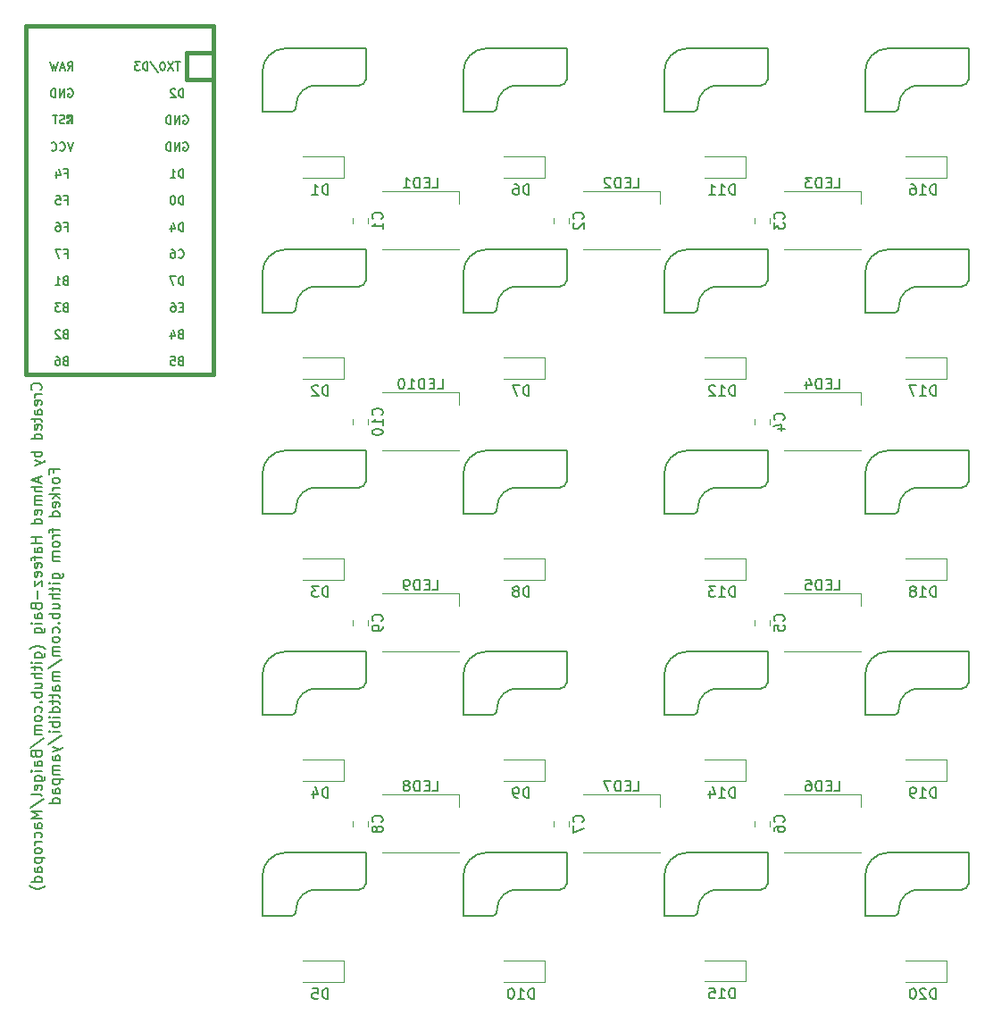
<source format=gbo>
%TF.GenerationSoftware,KiCad,Pcbnew,5.1.6*%
%TF.CreationDate,2020-07-15T14:58:38+10:00*%
%TF.ProjectId,macropad_v01,6d616372-6f70-4616-945f-7630312e6b69,rev?*%
%TF.SameCoordinates,Original*%
%TF.FileFunction,Legend,Bot*%
%TF.FilePolarity,Positive*%
%FSLAX46Y46*%
G04 Gerber Fmt 4.6, Leading zero omitted, Abs format (unit mm)*
G04 Created by KiCad (PCBNEW 5.1.6) date 2020-07-15 14:58:38*
%MOMM*%
%LPD*%
G01*
G04 APERTURE LIST*
%ADD10C,0.200000*%
%ADD11C,0.150000*%
%ADD12C,0.120000*%
%ADD13C,0.381000*%
G04 APERTURE END LIST*
D10*
X90312142Y-86497857D02*
X90359761Y-86450238D01*
X90407380Y-86307380D01*
X90407380Y-86212142D01*
X90359761Y-86069285D01*
X90264523Y-85974047D01*
X90169285Y-85926428D01*
X89978809Y-85878809D01*
X89835952Y-85878809D01*
X89645476Y-85926428D01*
X89550238Y-85974047D01*
X89455000Y-86069285D01*
X89407380Y-86212142D01*
X89407380Y-86307380D01*
X89455000Y-86450238D01*
X89502619Y-86497857D01*
X90407380Y-86926428D02*
X89740714Y-86926428D01*
X89931190Y-86926428D02*
X89835952Y-86974047D01*
X89788333Y-87021666D01*
X89740714Y-87116904D01*
X89740714Y-87212142D01*
X90359761Y-87926428D02*
X90407380Y-87831190D01*
X90407380Y-87640714D01*
X90359761Y-87545476D01*
X90264523Y-87497857D01*
X89883571Y-87497857D01*
X89788333Y-87545476D01*
X89740714Y-87640714D01*
X89740714Y-87831190D01*
X89788333Y-87926428D01*
X89883571Y-87974047D01*
X89978809Y-87974047D01*
X90074047Y-87497857D01*
X90407380Y-88831190D02*
X89883571Y-88831190D01*
X89788333Y-88783571D01*
X89740714Y-88688333D01*
X89740714Y-88497857D01*
X89788333Y-88402619D01*
X90359761Y-88831190D02*
X90407380Y-88735952D01*
X90407380Y-88497857D01*
X90359761Y-88402619D01*
X90264523Y-88355000D01*
X90169285Y-88355000D01*
X90074047Y-88402619D01*
X90026428Y-88497857D01*
X90026428Y-88735952D01*
X89978809Y-88831190D01*
X89740714Y-89164523D02*
X89740714Y-89545476D01*
X89407380Y-89307380D02*
X90264523Y-89307380D01*
X90359761Y-89355000D01*
X90407380Y-89450238D01*
X90407380Y-89545476D01*
X90359761Y-90259761D02*
X90407380Y-90164523D01*
X90407380Y-89974047D01*
X90359761Y-89878809D01*
X90264523Y-89831190D01*
X89883571Y-89831190D01*
X89788333Y-89878809D01*
X89740714Y-89974047D01*
X89740714Y-90164523D01*
X89788333Y-90259761D01*
X89883571Y-90307380D01*
X89978809Y-90307380D01*
X90074047Y-89831190D01*
X90407380Y-91164523D02*
X89407380Y-91164523D01*
X90359761Y-91164523D02*
X90407380Y-91069285D01*
X90407380Y-90878809D01*
X90359761Y-90783571D01*
X90312142Y-90735952D01*
X90216904Y-90688333D01*
X89931190Y-90688333D01*
X89835952Y-90735952D01*
X89788333Y-90783571D01*
X89740714Y-90878809D01*
X89740714Y-91069285D01*
X89788333Y-91164523D01*
X90407380Y-92402619D02*
X89407380Y-92402619D01*
X89788333Y-92402619D02*
X89740714Y-92497857D01*
X89740714Y-92688333D01*
X89788333Y-92783571D01*
X89835952Y-92831190D01*
X89931190Y-92878809D01*
X90216904Y-92878809D01*
X90312142Y-92831190D01*
X90359761Y-92783571D01*
X90407380Y-92688333D01*
X90407380Y-92497857D01*
X90359761Y-92402619D01*
X89740714Y-93212142D02*
X90407380Y-93450238D01*
X89740714Y-93688333D02*
X90407380Y-93450238D01*
X90645476Y-93355000D01*
X90693095Y-93307380D01*
X90740714Y-93212142D01*
X90121666Y-94783571D02*
X90121666Y-95259761D01*
X90407380Y-94688333D02*
X89407380Y-95021666D01*
X90407380Y-95355000D01*
X90407380Y-95688333D02*
X89407380Y-95688333D01*
X90407380Y-96116904D02*
X89883571Y-96116904D01*
X89788333Y-96069285D01*
X89740714Y-95974047D01*
X89740714Y-95831190D01*
X89788333Y-95735952D01*
X89835952Y-95688333D01*
X90407380Y-96593095D02*
X89740714Y-96593095D01*
X89835952Y-96593095D02*
X89788333Y-96640714D01*
X89740714Y-96735952D01*
X89740714Y-96878809D01*
X89788333Y-96974047D01*
X89883571Y-97021666D01*
X90407380Y-97021666D01*
X89883571Y-97021666D02*
X89788333Y-97069285D01*
X89740714Y-97164523D01*
X89740714Y-97307380D01*
X89788333Y-97402619D01*
X89883571Y-97450238D01*
X90407380Y-97450238D01*
X90359761Y-98307380D02*
X90407380Y-98212142D01*
X90407380Y-98021666D01*
X90359761Y-97926428D01*
X90264523Y-97878809D01*
X89883571Y-97878809D01*
X89788333Y-97926428D01*
X89740714Y-98021666D01*
X89740714Y-98212142D01*
X89788333Y-98307380D01*
X89883571Y-98355000D01*
X89978809Y-98355000D01*
X90074047Y-97878809D01*
X90407380Y-99212142D02*
X89407380Y-99212142D01*
X90359761Y-99212142D02*
X90407380Y-99116904D01*
X90407380Y-98926428D01*
X90359761Y-98831190D01*
X90312142Y-98783571D01*
X90216904Y-98735952D01*
X89931190Y-98735952D01*
X89835952Y-98783571D01*
X89788333Y-98831190D01*
X89740714Y-98926428D01*
X89740714Y-99116904D01*
X89788333Y-99212142D01*
X90407380Y-100450238D02*
X89407380Y-100450238D01*
X89883571Y-100450238D02*
X89883571Y-101021666D01*
X90407380Y-101021666D02*
X89407380Y-101021666D01*
X90407380Y-101926428D02*
X89883571Y-101926428D01*
X89788333Y-101878809D01*
X89740714Y-101783571D01*
X89740714Y-101593095D01*
X89788333Y-101497857D01*
X90359761Y-101926428D02*
X90407380Y-101831190D01*
X90407380Y-101593095D01*
X90359761Y-101497857D01*
X90264523Y-101450238D01*
X90169285Y-101450238D01*
X90074047Y-101497857D01*
X90026428Y-101593095D01*
X90026428Y-101831190D01*
X89978809Y-101926428D01*
X89740714Y-102259761D02*
X89740714Y-102640714D01*
X90407380Y-102402619D02*
X89550238Y-102402619D01*
X89455000Y-102450238D01*
X89407380Y-102545476D01*
X89407380Y-102640714D01*
X90359761Y-103355000D02*
X90407380Y-103259761D01*
X90407380Y-103069285D01*
X90359761Y-102974047D01*
X90264523Y-102926428D01*
X89883571Y-102926428D01*
X89788333Y-102974047D01*
X89740714Y-103069285D01*
X89740714Y-103259761D01*
X89788333Y-103355000D01*
X89883571Y-103402619D01*
X89978809Y-103402619D01*
X90074047Y-102926428D01*
X90359761Y-104212142D02*
X90407380Y-104116904D01*
X90407380Y-103926428D01*
X90359761Y-103831190D01*
X90264523Y-103783571D01*
X89883571Y-103783571D01*
X89788333Y-103831190D01*
X89740714Y-103926428D01*
X89740714Y-104116904D01*
X89788333Y-104212142D01*
X89883571Y-104259761D01*
X89978809Y-104259761D01*
X90074047Y-103783571D01*
X89740714Y-104593095D02*
X89740714Y-105116904D01*
X90407380Y-104593095D01*
X90407380Y-105116904D01*
X90026428Y-105497857D02*
X90026428Y-106259761D01*
X89883571Y-107069285D02*
X89931190Y-107212142D01*
X89978809Y-107259761D01*
X90074047Y-107307380D01*
X90216904Y-107307380D01*
X90312142Y-107259761D01*
X90359761Y-107212142D01*
X90407380Y-107116904D01*
X90407380Y-106735952D01*
X89407380Y-106735952D01*
X89407380Y-107069285D01*
X89455000Y-107164523D01*
X89502619Y-107212142D01*
X89597857Y-107259761D01*
X89693095Y-107259761D01*
X89788333Y-107212142D01*
X89835952Y-107164523D01*
X89883571Y-107069285D01*
X89883571Y-106735952D01*
X90407380Y-108164523D02*
X89883571Y-108164523D01*
X89788333Y-108116904D01*
X89740714Y-108021666D01*
X89740714Y-107831190D01*
X89788333Y-107735952D01*
X90359761Y-108164523D02*
X90407380Y-108069285D01*
X90407380Y-107831190D01*
X90359761Y-107735952D01*
X90264523Y-107688333D01*
X90169285Y-107688333D01*
X90074047Y-107735952D01*
X90026428Y-107831190D01*
X90026428Y-108069285D01*
X89978809Y-108164523D01*
X90407380Y-108640714D02*
X89740714Y-108640714D01*
X89407380Y-108640714D02*
X89455000Y-108593095D01*
X89502619Y-108640714D01*
X89455000Y-108688333D01*
X89407380Y-108640714D01*
X89502619Y-108640714D01*
X89740714Y-109545476D02*
X90550238Y-109545476D01*
X90645476Y-109497857D01*
X90693095Y-109450238D01*
X90740714Y-109355000D01*
X90740714Y-109212142D01*
X90693095Y-109116904D01*
X90359761Y-109545476D02*
X90407380Y-109450238D01*
X90407380Y-109259761D01*
X90359761Y-109164523D01*
X90312142Y-109116904D01*
X90216904Y-109069285D01*
X89931190Y-109069285D01*
X89835952Y-109116904D01*
X89788333Y-109164523D01*
X89740714Y-109259761D01*
X89740714Y-109450238D01*
X89788333Y-109545476D01*
X90788333Y-111069285D02*
X90740714Y-111021666D01*
X90597857Y-110926428D01*
X90502619Y-110878809D01*
X90359761Y-110831190D01*
X90121666Y-110783571D01*
X89931190Y-110783571D01*
X89693095Y-110831190D01*
X89550238Y-110878809D01*
X89455000Y-110926428D01*
X89312142Y-111021666D01*
X89264523Y-111069285D01*
X89740714Y-111878809D02*
X90550238Y-111878809D01*
X90645476Y-111831190D01*
X90693095Y-111783571D01*
X90740714Y-111688333D01*
X90740714Y-111545476D01*
X90693095Y-111450238D01*
X90359761Y-111878809D02*
X90407380Y-111783571D01*
X90407380Y-111593095D01*
X90359761Y-111497857D01*
X90312142Y-111450238D01*
X90216904Y-111402619D01*
X89931190Y-111402619D01*
X89835952Y-111450238D01*
X89788333Y-111497857D01*
X89740714Y-111593095D01*
X89740714Y-111783571D01*
X89788333Y-111878809D01*
X90407380Y-112355000D02*
X89740714Y-112355000D01*
X89407380Y-112355000D02*
X89455000Y-112307380D01*
X89502619Y-112355000D01*
X89455000Y-112402619D01*
X89407380Y-112355000D01*
X89502619Y-112355000D01*
X89740714Y-112688333D02*
X89740714Y-113069285D01*
X89407380Y-112831190D02*
X90264523Y-112831190D01*
X90359761Y-112878809D01*
X90407380Y-112974047D01*
X90407380Y-113069285D01*
X90407380Y-113402619D02*
X89407380Y-113402619D01*
X90407380Y-113831190D02*
X89883571Y-113831190D01*
X89788333Y-113783571D01*
X89740714Y-113688333D01*
X89740714Y-113545476D01*
X89788333Y-113450238D01*
X89835952Y-113402619D01*
X89740714Y-114735952D02*
X90407380Y-114735952D01*
X89740714Y-114307380D02*
X90264523Y-114307380D01*
X90359761Y-114355000D01*
X90407380Y-114450238D01*
X90407380Y-114593095D01*
X90359761Y-114688333D01*
X90312142Y-114735952D01*
X90407380Y-115212142D02*
X89407380Y-115212142D01*
X89788333Y-115212142D02*
X89740714Y-115307380D01*
X89740714Y-115497857D01*
X89788333Y-115593095D01*
X89835952Y-115640714D01*
X89931190Y-115688333D01*
X90216904Y-115688333D01*
X90312142Y-115640714D01*
X90359761Y-115593095D01*
X90407380Y-115497857D01*
X90407380Y-115307380D01*
X90359761Y-115212142D01*
X90312142Y-116116904D02*
X90359761Y-116164523D01*
X90407380Y-116116904D01*
X90359761Y-116069285D01*
X90312142Y-116116904D01*
X90407380Y-116116904D01*
X90359761Y-117021666D02*
X90407380Y-116926428D01*
X90407380Y-116735952D01*
X90359761Y-116640714D01*
X90312142Y-116593095D01*
X90216904Y-116545476D01*
X89931190Y-116545476D01*
X89835952Y-116593095D01*
X89788333Y-116640714D01*
X89740714Y-116735952D01*
X89740714Y-116926428D01*
X89788333Y-117021666D01*
X90407380Y-117593095D02*
X90359761Y-117497857D01*
X90312142Y-117450238D01*
X90216904Y-117402619D01*
X89931190Y-117402619D01*
X89835952Y-117450238D01*
X89788333Y-117497857D01*
X89740714Y-117593095D01*
X89740714Y-117735952D01*
X89788333Y-117831190D01*
X89835952Y-117878809D01*
X89931190Y-117926428D01*
X90216904Y-117926428D01*
X90312142Y-117878809D01*
X90359761Y-117831190D01*
X90407380Y-117735952D01*
X90407380Y-117593095D01*
X90407380Y-118355000D02*
X89740714Y-118355000D01*
X89835952Y-118355000D02*
X89788333Y-118402619D01*
X89740714Y-118497857D01*
X89740714Y-118640714D01*
X89788333Y-118735952D01*
X89883571Y-118783571D01*
X90407380Y-118783571D01*
X89883571Y-118783571D02*
X89788333Y-118831190D01*
X89740714Y-118926428D01*
X89740714Y-119069285D01*
X89788333Y-119164523D01*
X89883571Y-119212142D01*
X90407380Y-119212142D01*
X89359761Y-120402619D02*
X90645476Y-119545476D01*
X89883571Y-121069285D02*
X89931190Y-121212142D01*
X89978809Y-121259761D01*
X90074047Y-121307380D01*
X90216904Y-121307380D01*
X90312142Y-121259761D01*
X90359761Y-121212142D01*
X90407380Y-121116904D01*
X90407380Y-120735952D01*
X89407380Y-120735952D01*
X89407380Y-121069285D01*
X89455000Y-121164523D01*
X89502619Y-121212142D01*
X89597857Y-121259761D01*
X89693095Y-121259761D01*
X89788333Y-121212142D01*
X89835952Y-121164523D01*
X89883571Y-121069285D01*
X89883571Y-120735952D01*
X90407380Y-122164523D02*
X89883571Y-122164523D01*
X89788333Y-122116904D01*
X89740714Y-122021666D01*
X89740714Y-121831190D01*
X89788333Y-121735952D01*
X90359761Y-122164523D02*
X90407380Y-122069285D01*
X90407380Y-121831190D01*
X90359761Y-121735952D01*
X90264523Y-121688333D01*
X90169285Y-121688333D01*
X90074047Y-121735952D01*
X90026428Y-121831190D01*
X90026428Y-122069285D01*
X89978809Y-122164523D01*
X90407380Y-122640714D02*
X89740714Y-122640714D01*
X89407380Y-122640714D02*
X89455000Y-122593095D01*
X89502619Y-122640714D01*
X89455000Y-122688333D01*
X89407380Y-122640714D01*
X89502619Y-122640714D01*
X89740714Y-123545476D02*
X90550238Y-123545476D01*
X90645476Y-123497857D01*
X90693095Y-123450238D01*
X90740714Y-123355000D01*
X90740714Y-123212142D01*
X90693095Y-123116904D01*
X90359761Y-123545476D02*
X90407380Y-123450238D01*
X90407380Y-123259761D01*
X90359761Y-123164523D01*
X90312142Y-123116904D01*
X90216904Y-123069285D01*
X89931190Y-123069285D01*
X89835952Y-123116904D01*
X89788333Y-123164523D01*
X89740714Y-123259761D01*
X89740714Y-123450238D01*
X89788333Y-123545476D01*
X90359761Y-124402619D02*
X90407380Y-124307380D01*
X90407380Y-124116904D01*
X90359761Y-124021666D01*
X90264523Y-123974047D01*
X89883571Y-123974047D01*
X89788333Y-124021666D01*
X89740714Y-124116904D01*
X89740714Y-124307380D01*
X89788333Y-124402619D01*
X89883571Y-124450238D01*
X89978809Y-124450238D01*
X90074047Y-123974047D01*
X90407380Y-125021666D02*
X90359761Y-124926428D01*
X90264523Y-124878809D01*
X89407380Y-124878809D01*
X89359761Y-126116904D02*
X90645476Y-125259761D01*
X90407380Y-126450238D02*
X89407380Y-126450238D01*
X90121666Y-126783571D01*
X89407380Y-127116904D01*
X90407380Y-127116904D01*
X90407380Y-128021666D02*
X89883571Y-128021666D01*
X89788333Y-127974047D01*
X89740714Y-127878809D01*
X89740714Y-127688333D01*
X89788333Y-127593095D01*
X90359761Y-128021666D02*
X90407380Y-127926428D01*
X90407380Y-127688333D01*
X90359761Y-127593095D01*
X90264523Y-127545476D01*
X90169285Y-127545476D01*
X90074047Y-127593095D01*
X90026428Y-127688333D01*
X90026428Y-127926428D01*
X89978809Y-128021666D01*
X90359761Y-128926428D02*
X90407380Y-128831190D01*
X90407380Y-128640714D01*
X90359761Y-128545476D01*
X90312142Y-128497857D01*
X90216904Y-128450238D01*
X89931190Y-128450238D01*
X89835952Y-128497857D01*
X89788333Y-128545476D01*
X89740714Y-128640714D01*
X89740714Y-128831190D01*
X89788333Y-128926428D01*
X90407380Y-129355000D02*
X89740714Y-129355000D01*
X89931190Y-129355000D02*
X89835952Y-129402619D01*
X89788333Y-129450238D01*
X89740714Y-129545476D01*
X89740714Y-129640714D01*
X90407380Y-130116904D02*
X90359761Y-130021666D01*
X90312142Y-129974047D01*
X90216904Y-129926428D01*
X89931190Y-129926428D01*
X89835952Y-129974047D01*
X89788333Y-130021666D01*
X89740714Y-130116904D01*
X89740714Y-130259761D01*
X89788333Y-130355000D01*
X89835952Y-130402619D01*
X89931190Y-130450238D01*
X90216904Y-130450238D01*
X90312142Y-130402619D01*
X90359761Y-130355000D01*
X90407380Y-130259761D01*
X90407380Y-130116904D01*
X89740714Y-130878809D02*
X90740714Y-130878809D01*
X89788333Y-130878809D02*
X89740714Y-130974047D01*
X89740714Y-131164523D01*
X89788333Y-131259761D01*
X89835952Y-131307380D01*
X89931190Y-131355000D01*
X90216904Y-131355000D01*
X90312142Y-131307380D01*
X90359761Y-131259761D01*
X90407380Y-131164523D01*
X90407380Y-130974047D01*
X90359761Y-130878809D01*
X90407380Y-132212142D02*
X89883571Y-132212142D01*
X89788333Y-132164523D01*
X89740714Y-132069285D01*
X89740714Y-131878809D01*
X89788333Y-131783571D01*
X90359761Y-132212142D02*
X90407380Y-132116904D01*
X90407380Y-131878809D01*
X90359761Y-131783571D01*
X90264523Y-131735952D01*
X90169285Y-131735952D01*
X90074047Y-131783571D01*
X90026428Y-131878809D01*
X90026428Y-132116904D01*
X89978809Y-132212142D01*
X90407380Y-133116904D02*
X89407380Y-133116904D01*
X90359761Y-133116904D02*
X90407380Y-133021666D01*
X90407380Y-132831190D01*
X90359761Y-132735952D01*
X90312142Y-132688333D01*
X90216904Y-132640714D01*
X89931190Y-132640714D01*
X89835952Y-132688333D01*
X89788333Y-132735952D01*
X89740714Y-132831190D01*
X89740714Y-133021666D01*
X89788333Y-133116904D01*
X90788333Y-133497857D02*
X90740714Y-133545476D01*
X90597857Y-133640714D01*
X90502619Y-133688333D01*
X90359761Y-133735952D01*
X90121666Y-133783571D01*
X89931190Y-133783571D01*
X89693095Y-133735952D01*
X89550238Y-133688333D01*
X89455000Y-133640714D01*
X89312142Y-133545476D01*
X89264523Y-133497857D01*
X91583571Y-94378809D02*
X91583571Y-94045476D01*
X92107380Y-94045476D02*
X91107380Y-94045476D01*
X91107380Y-94521666D01*
X92107380Y-95045476D02*
X92059761Y-94950238D01*
X92012142Y-94902619D01*
X91916904Y-94855000D01*
X91631190Y-94855000D01*
X91535952Y-94902619D01*
X91488333Y-94950238D01*
X91440714Y-95045476D01*
X91440714Y-95188333D01*
X91488333Y-95283571D01*
X91535952Y-95331190D01*
X91631190Y-95378809D01*
X91916904Y-95378809D01*
X92012142Y-95331190D01*
X92059761Y-95283571D01*
X92107380Y-95188333D01*
X92107380Y-95045476D01*
X92107380Y-95807380D02*
X91440714Y-95807380D01*
X91631190Y-95807380D02*
X91535952Y-95855000D01*
X91488333Y-95902619D01*
X91440714Y-95997857D01*
X91440714Y-96093095D01*
X92107380Y-96426428D02*
X91107380Y-96426428D01*
X91726428Y-96521666D02*
X92107380Y-96807380D01*
X91440714Y-96807380D02*
X91821666Y-96426428D01*
X92059761Y-97616904D02*
X92107380Y-97521666D01*
X92107380Y-97331190D01*
X92059761Y-97235952D01*
X91964523Y-97188333D01*
X91583571Y-97188333D01*
X91488333Y-97235952D01*
X91440714Y-97331190D01*
X91440714Y-97521666D01*
X91488333Y-97616904D01*
X91583571Y-97664523D01*
X91678809Y-97664523D01*
X91774047Y-97188333D01*
X92107380Y-98521666D02*
X91107380Y-98521666D01*
X92059761Y-98521666D02*
X92107380Y-98426428D01*
X92107380Y-98235952D01*
X92059761Y-98140714D01*
X92012142Y-98093095D01*
X91916904Y-98045476D01*
X91631190Y-98045476D01*
X91535952Y-98093095D01*
X91488333Y-98140714D01*
X91440714Y-98235952D01*
X91440714Y-98426428D01*
X91488333Y-98521666D01*
X91440714Y-99616904D02*
X91440714Y-99997857D01*
X92107380Y-99759761D02*
X91250238Y-99759761D01*
X91155000Y-99807380D01*
X91107380Y-99902619D01*
X91107380Y-99997857D01*
X92107380Y-100331190D02*
X91440714Y-100331190D01*
X91631190Y-100331190D02*
X91535952Y-100378809D01*
X91488333Y-100426428D01*
X91440714Y-100521666D01*
X91440714Y-100616904D01*
X92107380Y-101093095D02*
X92059761Y-100997857D01*
X92012142Y-100950238D01*
X91916904Y-100902619D01*
X91631190Y-100902619D01*
X91535952Y-100950238D01*
X91488333Y-100997857D01*
X91440714Y-101093095D01*
X91440714Y-101235952D01*
X91488333Y-101331190D01*
X91535952Y-101378809D01*
X91631190Y-101426428D01*
X91916904Y-101426428D01*
X92012142Y-101378809D01*
X92059761Y-101331190D01*
X92107380Y-101235952D01*
X92107380Y-101093095D01*
X92107380Y-101855000D02*
X91440714Y-101855000D01*
X91535952Y-101855000D02*
X91488333Y-101902619D01*
X91440714Y-101997857D01*
X91440714Y-102140714D01*
X91488333Y-102235952D01*
X91583571Y-102283571D01*
X92107380Y-102283571D01*
X91583571Y-102283571D02*
X91488333Y-102331190D01*
X91440714Y-102426428D01*
X91440714Y-102569285D01*
X91488333Y-102664523D01*
X91583571Y-102712142D01*
X92107380Y-102712142D01*
X91440714Y-104378809D02*
X92250238Y-104378809D01*
X92345476Y-104331190D01*
X92393095Y-104283571D01*
X92440714Y-104188333D01*
X92440714Y-104045476D01*
X92393095Y-103950238D01*
X92059761Y-104378809D02*
X92107380Y-104283571D01*
X92107380Y-104093095D01*
X92059761Y-103997857D01*
X92012142Y-103950238D01*
X91916904Y-103902619D01*
X91631190Y-103902619D01*
X91535952Y-103950238D01*
X91488333Y-103997857D01*
X91440714Y-104093095D01*
X91440714Y-104283571D01*
X91488333Y-104378809D01*
X92107380Y-104855000D02*
X91440714Y-104855000D01*
X91107380Y-104855000D02*
X91155000Y-104807380D01*
X91202619Y-104855000D01*
X91155000Y-104902619D01*
X91107380Y-104855000D01*
X91202619Y-104855000D01*
X91440714Y-105188333D02*
X91440714Y-105569285D01*
X91107380Y-105331190D02*
X91964523Y-105331190D01*
X92059761Y-105378809D01*
X92107380Y-105474047D01*
X92107380Y-105569285D01*
X92107380Y-105902619D02*
X91107380Y-105902619D01*
X92107380Y-106331190D02*
X91583571Y-106331190D01*
X91488333Y-106283571D01*
X91440714Y-106188333D01*
X91440714Y-106045476D01*
X91488333Y-105950238D01*
X91535952Y-105902619D01*
X91440714Y-107235952D02*
X92107380Y-107235952D01*
X91440714Y-106807380D02*
X91964523Y-106807380D01*
X92059761Y-106855000D01*
X92107380Y-106950238D01*
X92107380Y-107093095D01*
X92059761Y-107188333D01*
X92012142Y-107235952D01*
X92107380Y-107712142D02*
X91107380Y-107712142D01*
X91488333Y-107712142D02*
X91440714Y-107807380D01*
X91440714Y-107997857D01*
X91488333Y-108093095D01*
X91535952Y-108140714D01*
X91631190Y-108188333D01*
X91916904Y-108188333D01*
X92012142Y-108140714D01*
X92059761Y-108093095D01*
X92107380Y-107997857D01*
X92107380Y-107807380D01*
X92059761Y-107712142D01*
X92012142Y-108616904D02*
X92059761Y-108664523D01*
X92107380Y-108616904D01*
X92059761Y-108569285D01*
X92012142Y-108616904D01*
X92107380Y-108616904D01*
X92059761Y-109521666D02*
X92107380Y-109426428D01*
X92107380Y-109235952D01*
X92059761Y-109140714D01*
X92012142Y-109093095D01*
X91916904Y-109045476D01*
X91631190Y-109045476D01*
X91535952Y-109093095D01*
X91488333Y-109140714D01*
X91440714Y-109235952D01*
X91440714Y-109426428D01*
X91488333Y-109521666D01*
X92107380Y-110093095D02*
X92059761Y-109997857D01*
X92012142Y-109950238D01*
X91916904Y-109902619D01*
X91631190Y-109902619D01*
X91535952Y-109950238D01*
X91488333Y-109997857D01*
X91440714Y-110093095D01*
X91440714Y-110235952D01*
X91488333Y-110331190D01*
X91535952Y-110378809D01*
X91631190Y-110426428D01*
X91916904Y-110426428D01*
X92012142Y-110378809D01*
X92059761Y-110331190D01*
X92107380Y-110235952D01*
X92107380Y-110093095D01*
X92107380Y-110854999D02*
X91440714Y-110854999D01*
X91535952Y-110854999D02*
X91488333Y-110902619D01*
X91440714Y-110997857D01*
X91440714Y-111140714D01*
X91488333Y-111235952D01*
X91583571Y-111283571D01*
X92107380Y-111283571D01*
X91583571Y-111283571D02*
X91488333Y-111331190D01*
X91440714Y-111426428D01*
X91440714Y-111569285D01*
X91488333Y-111664523D01*
X91583571Y-111712142D01*
X92107380Y-111712142D01*
X91059761Y-112902619D02*
X92345476Y-112045476D01*
X92107380Y-113235952D02*
X91440714Y-113235952D01*
X91535952Y-113235952D02*
X91488333Y-113283571D01*
X91440714Y-113378809D01*
X91440714Y-113521666D01*
X91488333Y-113616904D01*
X91583571Y-113664523D01*
X92107380Y-113664523D01*
X91583571Y-113664523D02*
X91488333Y-113712142D01*
X91440714Y-113807380D01*
X91440714Y-113950238D01*
X91488333Y-114045476D01*
X91583571Y-114093095D01*
X92107380Y-114093095D01*
X92107380Y-114997857D02*
X91583571Y-114997857D01*
X91488333Y-114950238D01*
X91440714Y-114854999D01*
X91440714Y-114664523D01*
X91488333Y-114569285D01*
X92059761Y-114997857D02*
X92107380Y-114902619D01*
X92107380Y-114664523D01*
X92059761Y-114569285D01*
X91964523Y-114521666D01*
X91869285Y-114521666D01*
X91774047Y-114569285D01*
X91726428Y-114664523D01*
X91726428Y-114902619D01*
X91678809Y-114997857D01*
X91440714Y-115331190D02*
X91440714Y-115712142D01*
X91107380Y-115474047D02*
X91964523Y-115474047D01*
X92059761Y-115521666D01*
X92107380Y-115616904D01*
X92107380Y-115712142D01*
X91440714Y-115902619D02*
X91440714Y-116283571D01*
X91107380Y-116045476D02*
X91964523Y-116045476D01*
X92059761Y-116093095D01*
X92107380Y-116188333D01*
X92107380Y-116283571D01*
X92107380Y-117045476D02*
X91107380Y-117045476D01*
X92059761Y-117045476D02*
X92107380Y-116950238D01*
X92107380Y-116759761D01*
X92059761Y-116664523D01*
X92012142Y-116616904D01*
X91916904Y-116569285D01*
X91631190Y-116569285D01*
X91535952Y-116616904D01*
X91488333Y-116664523D01*
X91440714Y-116759761D01*
X91440714Y-116950238D01*
X91488333Y-117045476D01*
X92107380Y-117521666D02*
X91440714Y-117521666D01*
X91107380Y-117521666D02*
X91155000Y-117474047D01*
X91202619Y-117521666D01*
X91155000Y-117569285D01*
X91107380Y-117521666D01*
X91202619Y-117521666D01*
X92107380Y-117997857D02*
X91107380Y-117997857D01*
X91488333Y-117997857D02*
X91440714Y-118093095D01*
X91440714Y-118283571D01*
X91488333Y-118378809D01*
X91535952Y-118426428D01*
X91631190Y-118474047D01*
X91916904Y-118474047D01*
X92012142Y-118426428D01*
X92059761Y-118378809D01*
X92107380Y-118283571D01*
X92107380Y-118093095D01*
X92059761Y-117997857D01*
X92107380Y-118902619D02*
X91440714Y-118902619D01*
X91107380Y-118902619D02*
X91155000Y-118854999D01*
X91202619Y-118902619D01*
X91155000Y-118950238D01*
X91107380Y-118902619D01*
X91202619Y-118902619D01*
X91059761Y-120093095D02*
X92345476Y-119235952D01*
X91440714Y-120331190D02*
X92107380Y-120569285D01*
X91440714Y-120807380D02*
X92107380Y-120569285D01*
X92345476Y-120474047D01*
X92393095Y-120426428D01*
X92440714Y-120331190D01*
X92107380Y-121616904D02*
X91583571Y-121616904D01*
X91488333Y-121569285D01*
X91440714Y-121474047D01*
X91440714Y-121283571D01*
X91488333Y-121188333D01*
X92059761Y-121616904D02*
X92107380Y-121521666D01*
X92107380Y-121283571D01*
X92059761Y-121188333D01*
X91964523Y-121140714D01*
X91869285Y-121140714D01*
X91774047Y-121188333D01*
X91726428Y-121283571D01*
X91726428Y-121521666D01*
X91678809Y-121616904D01*
X92107380Y-122093095D02*
X91440714Y-122093095D01*
X91535952Y-122093095D02*
X91488333Y-122140714D01*
X91440714Y-122235952D01*
X91440714Y-122378809D01*
X91488333Y-122474047D01*
X91583571Y-122521666D01*
X92107380Y-122521666D01*
X91583571Y-122521666D02*
X91488333Y-122569285D01*
X91440714Y-122664523D01*
X91440714Y-122807380D01*
X91488333Y-122902619D01*
X91583571Y-122950238D01*
X92107380Y-122950238D01*
X91440714Y-123426428D02*
X92440714Y-123426428D01*
X91488333Y-123426428D02*
X91440714Y-123521666D01*
X91440714Y-123712142D01*
X91488333Y-123807380D01*
X91535952Y-123854999D01*
X91631190Y-123902619D01*
X91916904Y-123902619D01*
X92012142Y-123854999D01*
X92059761Y-123807380D01*
X92107380Y-123712142D01*
X92107380Y-123521666D01*
X92059761Y-123426428D01*
X92107380Y-124759761D02*
X91583571Y-124759761D01*
X91488333Y-124712142D01*
X91440714Y-124616904D01*
X91440714Y-124426428D01*
X91488333Y-124331190D01*
X92059761Y-124759761D02*
X92107380Y-124664523D01*
X92107380Y-124426428D01*
X92059761Y-124331190D01*
X91964523Y-124283571D01*
X91869285Y-124283571D01*
X91774047Y-124331190D01*
X91726428Y-124426428D01*
X91726428Y-124664523D01*
X91678809Y-124759761D01*
X92107380Y-125664523D02*
X91107380Y-125664523D01*
X92059761Y-125664523D02*
X92107380Y-125569285D01*
X92107380Y-125378809D01*
X92059761Y-125283571D01*
X92012142Y-125235952D01*
X91916904Y-125188333D01*
X91631190Y-125188333D01*
X91535952Y-125235952D01*
X91488333Y-125283571D01*
X91440714Y-125378809D01*
X91440714Y-125569285D01*
X91488333Y-125664523D01*
D11*
%TO.C,K3*%
X120540000Y-95760000D02*
X116540000Y-95760000D01*
X121140000Y-92260000D02*
X121140000Y-95210000D01*
X113540000Y-92260000D02*
X121140000Y-92260000D01*
X111340000Y-98260000D02*
X111340000Y-94460000D01*
X114190000Y-98260000D02*
X111340000Y-98260000D01*
X114540001Y-97560001D02*
G75*
G02*
X116540000Y-95760000I1900000J-99999D01*
G01*
X120540000Y-95760000D02*
G75*
G03*
X121140000Y-95210000I25000J575000D01*
G01*
X113540000Y-92260000D02*
G75*
G03*
X111340000Y-94460000I0J-2200000D01*
G01*
X114190000Y-98260000D02*
G75*
G03*
X114540000Y-97710000I-100000J450000D01*
G01*
%TO.C,K2*%
X120540000Y-76710000D02*
X116540000Y-76710000D01*
X121140000Y-73210000D02*
X121140000Y-76160000D01*
X113540000Y-73210000D02*
X121140000Y-73210000D01*
X111340000Y-79210000D02*
X111340000Y-75410000D01*
X114190000Y-79210000D02*
X111340000Y-79210000D01*
X114540001Y-78510001D02*
G75*
G02*
X116540000Y-76710000I1900000J-99999D01*
G01*
X120540000Y-76710000D02*
G75*
G03*
X121140000Y-76160000I25000J575000D01*
G01*
X113540000Y-73210000D02*
G75*
G03*
X111340000Y-75410000I0J-2200000D01*
G01*
X114190000Y-79210000D02*
G75*
G03*
X114540000Y-78660000I-100000J450000D01*
G01*
%TO.C,K9*%
X139590000Y-114810000D02*
X135590000Y-114810000D01*
X140190000Y-111310000D02*
X140190000Y-114260000D01*
X132590000Y-111310000D02*
X140190000Y-111310000D01*
X130390000Y-117310000D02*
X130390000Y-113510000D01*
X133240000Y-117310000D02*
X130390000Y-117310000D01*
X133590001Y-116610001D02*
G75*
G02*
X135590000Y-114810000I1900000J-99999D01*
G01*
X139590000Y-114810000D02*
G75*
G03*
X140190000Y-114260000I25000J575000D01*
G01*
X132590000Y-111310000D02*
G75*
G03*
X130390000Y-113510000I0J-2200000D01*
G01*
X133240000Y-117310000D02*
G75*
G03*
X133590000Y-116760000I-100000J450000D01*
G01*
D12*
%TO.C,LED10*%
X122715000Y-92285000D02*
X130015000Y-92285000D01*
X122715000Y-86785000D02*
X130015000Y-86785000D01*
X130015000Y-86785000D02*
X130015000Y-87935000D01*
%TO.C,C10*%
X121360000Y-89273748D02*
X121360000Y-89796252D01*
X119940000Y-89273748D02*
X119940000Y-89796252D01*
%TO.C,C1*%
X121360000Y-70223748D02*
X121360000Y-70746252D01*
X119940000Y-70223748D02*
X119940000Y-70746252D01*
D13*
%TO.C,U1*%
X106680000Y-54610000D02*
X106680000Y-85090000D01*
X106680000Y-85090000D02*
X88900000Y-85090000D01*
X88900000Y-85090000D02*
X88900000Y-54610000D01*
X104140000Y-54610000D02*
X104140000Y-57150000D01*
X104140000Y-57150000D02*
X106680000Y-57150000D01*
D11*
G36*
X92858432Y-60489360D02*
G01*
X92858432Y-60789360D01*
X92958432Y-60789360D01*
X92958432Y-60489360D01*
X92858432Y-60489360D01*
G37*
X92858432Y-60489360D02*
X92858432Y-60789360D01*
X92958432Y-60789360D01*
X92958432Y-60489360D01*
X92858432Y-60489360D01*
G36*
X93058432Y-60889360D02*
G01*
X93058432Y-60989360D01*
X93158432Y-60989360D01*
X93158432Y-60889360D01*
X93058432Y-60889360D01*
G37*
X93058432Y-60889360D02*
X93058432Y-60989360D01*
X93158432Y-60989360D01*
X93158432Y-60889360D01*
X93058432Y-60889360D01*
G36*
X92858432Y-60489360D02*
G01*
X92858432Y-60589360D01*
X93358432Y-60589360D01*
X93358432Y-60489360D01*
X92858432Y-60489360D01*
G37*
X92858432Y-60489360D02*
X92858432Y-60589360D01*
X93358432Y-60589360D01*
X93358432Y-60489360D01*
X92858432Y-60489360D01*
G36*
X93258432Y-60489360D02*
G01*
X93258432Y-61289360D01*
X93358432Y-61289360D01*
X93358432Y-60489360D01*
X93258432Y-60489360D01*
G37*
X93258432Y-60489360D02*
X93258432Y-61289360D01*
X93358432Y-61289360D01*
X93358432Y-60489360D01*
X93258432Y-60489360D01*
G36*
X92858432Y-61089360D02*
G01*
X92858432Y-61289360D01*
X92958432Y-61289360D01*
X92958432Y-61089360D01*
X92858432Y-61089360D01*
G37*
X92858432Y-61089360D02*
X92858432Y-61289360D01*
X92958432Y-61289360D01*
X92958432Y-61089360D01*
X92858432Y-61089360D01*
D13*
X88900000Y-54610000D02*
X88900000Y-52070000D01*
X88900000Y-52070000D02*
X106680000Y-52070000D01*
X106680000Y-52070000D02*
X106680000Y-54610000D01*
X104140000Y-54610000D02*
X106680000Y-54610000D01*
D12*
%TO.C,LED9*%
X130015000Y-105835000D02*
X130015000Y-106985000D01*
X122715000Y-105835000D02*
X130015000Y-105835000D01*
X122715000Y-111335000D02*
X130015000Y-111335000D01*
%TO.C,LED8*%
X130015000Y-124885000D02*
X130015000Y-126035000D01*
X122715000Y-124885000D02*
X130015000Y-124885000D01*
X122715000Y-130385000D02*
X130015000Y-130385000D01*
%TO.C,LED7*%
X149065000Y-124885000D02*
X149065000Y-126035000D01*
X141765000Y-124885000D02*
X149065000Y-124885000D01*
X141765000Y-130385000D02*
X149065000Y-130385000D01*
%TO.C,LED6*%
X168115000Y-124885000D02*
X168115000Y-126035000D01*
X160815000Y-124885000D02*
X168115000Y-124885000D01*
X160815000Y-130385000D02*
X168115000Y-130385000D01*
%TO.C,LED5*%
X168115000Y-105835000D02*
X168115000Y-106985000D01*
X160815000Y-105835000D02*
X168115000Y-105835000D01*
X160815000Y-111335000D02*
X168115000Y-111335000D01*
%TO.C,LED4*%
X168115000Y-86785000D02*
X168115000Y-87935000D01*
X160815000Y-86785000D02*
X168115000Y-86785000D01*
X160815000Y-92285000D02*
X168115000Y-92285000D01*
%TO.C,LED3*%
X168115000Y-67735000D02*
X168115000Y-68885000D01*
X160815000Y-67735000D02*
X168115000Y-67735000D01*
X160815000Y-73235000D02*
X168115000Y-73235000D01*
%TO.C,LED2*%
X149065000Y-67735000D02*
X149065000Y-68885000D01*
X141765000Y-67735000D02*
X149065000Y-67735000D01*
X141765000Y-73235000D02*
X149065000Y-73235000D01*
%TO.C,LED1*%
X130015000Y-67735000D02*
X130015000Y-68885000D01*
X122715000Y-67735000D02*
X130015000Y-67735000D01*
X122715000Y-73235000D02*
X130015000Y-73235000D01*
D11*
%TO.C,K20*%
X177690000Y-133860000D02*
X173690000Y-133860000D01*
X178290000Y-130360000D02*
X178290000Y-133310000D01*
X170690000Y-130360000D02*
X178290000Y-130360000D01*
X168490000Y-136360000D02*
X168490000Y-132560000D01*
X171340000Y-136360000D02*
X168490000Y-136360000D01*
X171690001Y-135660001D02*
G75*
G02*
X173690000Y-133860000I1900000J-99999D01*
G01*
X177690000Y-133860000D02*
G75*
G03*
X178290000Y-133310000I25000J575000D01*
G01*
X170690000Y-130360000D02*
G75*
G03*
X168490000Y-132560000I0J-2200000D01*
G01*
X171340000Y-136360000D02*
G75*
G03*
X171690000Y-135810000I-100000J450000D01*
G01*
%TO.C,K19*%
X177690000Y-114810000D02*
X173690000Y-114810000D01*
X178290000Y-111310000D02*
X178290000Y-114260000D01*
X170690000Y-111310000D02*
X178290000Y-111310000D01*
X168490000Y-117310000D02*
X168490000Y-113510000D01*
X171340000Y-117310000D02*
X168490000Y-117310000D01*
X171690001Y-116610001D02*
G75*
G02*
X173690000Y-114810000I1900000J-99999D01*
G01*
X177690000Y-114810000D02*
G75*
G03*
X178290000Y-114260000I25000J575000D01*
G01*
X170690000Y-111310000D02*
G75*
G03*
X168490000Y-113510000I0J-2200000D01*
G01*
X171340000Y-117310000D02*
G75*
G03*
X171690000Y-116760000I-100000J450000D01*
G01*
%TO.C,K18*%
X177690000Y-95760000D02*
X173690000Y-95760000D01*
X178290000Y-92260000D02*
X178290000Y-95210000D01*
X170690000Y-92260000D02*
X178290000Y-92260000D01*
X168490000Y-98260000D02*
X168490000Y-94460000D01*
X171340000Y-98260000D02*
X168490000Y-98260000D01*
X171690001Y-97560001D02*
G75*
G02*
X173690000Y-95760000I1900000J-99999D01*
G01*
X177690000Y-95760000D02*
G75*
G03*
X178290000Y-95210000I25000J575000D01*
G01*
X170690000Y-92260000D02*
G75*
G03*
X168490000Y-94460000I0J-2200000D01*
G01*
X171340000Y-98260000D02*
G75*
G03*
X171690000Y-97710000I-100000J450000D01*
G01*
%TO.C,K17*%
X177690000Y-76710000D02*
X173690000Y-76710000D01*
X178290000Y-73210000D02*
X178290000Y-76160000D01*
X170690000Y-73210000D02*
X178290000Y-73210000D01*
X168490000Y-79210000D02*
X168490000Y-75410000D01*
X171340000Y-79210000D02*
X168490000Y-79210000D01*
X171690001Y-78510001D02*
G75*
G02*
X173690000Y-76710000I1900000J-99999D01*
G01*
X177690000Y-76710000D02*
G75*
G03*
X178290000Y-76160000I25000J575000D01*
G01*
X170690000Y-73210000D02*
G75*
G03*
X168490000Y-75410000I0J-2200000D01*
G01*
X171340000Y-79210000D02*
G75*
G03*
X171690000Y-78660000I-100000J450000D01*
G01*
%TO.C,K16*%
X177690000Y-57660000D02*
X173690000Y-57660000D01*
X178290000Y-54160000D02*
X178290000Y-57110000D01*
X170690000Y-54160000D02*
X178290000Y-54160000D01*
X168490000Y-60160000D02*
X168490000Y-56360000D01*
X171340000Y-60160000D02*
X168490000Y-60160000D01*
X171690001Y-59460001D02*
G75*
G02*
X173690000Y-57660000I1900000J-99999D01*
G01*
X177690000Y-57660000D02*
G75*
G03*
X178290000Y-57110000I25000J575000D01*
G01*
X170690000Y-54160000D02*
G75*
G03*
X168490000Y-56360000I0J-2200000D01*
G01*
X171340000Y-60160000D02*
G75*
G03*
X171690000Y-59610000I-100000J450000D01*
G01*
%TO.C,K15*%
X158640000Y-133860000D02*
X154640000Y-133860000D01*
X159240000Y-130360000D02*
X159240000Y-133310000D01*
X151640000Y-130360000D02*
X159240000Y-130360000D01*
X149440000Y-136360000D02*
X149440000Y-132560000D01*
X152290000Y-136360000D02*
X149440000Y-136360000D01*
X152640001Y-135660001D02*
G75*
G02*
X154640000Y-133860000I1900000J-99999D01*
G01*
X158640000Y-133860000D02*
G75*
G03*
X159240000Y-133310000I25000J575000D01*
G01*
X151640000Y-130360000D02*
G75*
G03*
X149440000Y-132560000I0J-2200000D01*
G01*
X152290000Y-136360000D02*
G75*
G03*
X152640000Y-135810000I-100000J450000D01*
G01*
%TO.C,K14*%
X158640000Y-114810000D02*
X154640000Y-114810000D01*
X159240000Y-111310000D02*
X159240000Y-114260000D01*
X151640000Y-111310000D02*
X159240000Y-111310000D01*
X149440000Y-117310000D02*
X149440000Y-113510000D01*
X152290000Y-117310000D02*
X149440000Y-117310000D01*
X152640001Y-116610001D02*
G75*
G02*
X154640000Y-114810000I1900000J-99999D01*
G01*
X158640000Y-114810000D02*
G75*
G03*
X159240000Y-114260000I25000J575000D01*
G01*
X151640000Y-111310000D02*
G75*
G03*
X149440000Y-113510000I0J-2200000D01*
G01*
X152290000Y-117310000D02*
G75*
G03*
X152640000Y-116760000I-100000J450000D01*
G01*
%TO.C,K13*%
X158640000Y-95760000D02*
X154640000Y-95760000D01*
X159240000Y-92260000D02*
X159240000Y-95210000D01*
X151640000Y-92260000D02*
X159240000Y-92260000D01*
X149440000Y-98260000D02*
X149440000Y-94460000D01*
X152290000Y-98260000D02*
X149440000Y-98260000D01*
X152640001Y-97560001D02*
G75*
G02*
X154640000Y-95760000I1900000J-99999D01*
G01*
X158640000Y-95760000D02*
G75*
G03*
X159240000Y-95210000I25000J575000D01*
G01*
X151640000Y-92260000D02*
G75*
G03*
X149440000Y-94460000I0J-2200000D01*
G01*
X152290000Y-98260000D02*
G75*
G03*
X152640000Y-97710000I-100000J450000D01*
G01*
%TO.C,K12*%
X158640000Y-76710000D02*
X154640000Y-76710000D01*
X159240000Y-73210000D02*
X159240000Y-76160000D01*
X151640000Y-73210000D02*
X159240000Y-73210000D01*
X149440000Y-79210000D02*
X149440000Y-75410000D01*
X152290000Y-79210000D02*
X149440000Y-79210000D01*
X152640001Y-78510001D02*
G75*
G02*
X154640000Y-76710000I1900000J-99999D01*
G01*
X158640000Y-76710000D02*
G75*
G03*
X159240000Y-76160000I25000J575000D01*
G01*
X151640000Y-73210000D02*
G75*
G03*
X149440000Y-75410000I0J-2200000D01*
G01*
X152290000Y-79210000D02*
G75*
G03*
X152640000Y-78660000I-100000J450000D01*
G01*
%TO.C,K11*%
X158640000Y-57660000D02*
X154640000Y-57660000D01*
X159240000Y-54160000D02*
X159240000Y-57110000D01*
X151640000Y-54160000D02*
X159240000Y-54160000D01*
X149440000Y-60160000D02*
X149440000Y-56360000D01*
X152290000Y-60160000D02*
X149440000Y-60160000D01*
X152640001Y-59460001D02*
G75*
G02*
X154640000Y-57660000I1900000J-99999D01*
G01*
X158640000Y-57660000D02*
G75*
G03*
X159240000Y-57110000I25000J575000D01*
G01*
X151640000Y-54160000D02*
G75*
G03*
X149440000Y-56360000I0J-2200000D01*
G01*
X152290000Y-60160000D02*
G75*
G03*
X152640000Y-59610000I-100000J450000D01*
G01*
%TO.C,K10*%
X139590000Y-133860000D02*
X135590000Y-133860000D01*
X140190000Y-130360000D02*
X140190000Y-133310000D01*
X132590000Y-130360000D02*
X140190000Y-130360000D01*
X130390000Y-136360000D02*
X130390000Y-132560000D01*
X133240000Y-136360000D02*
X130390000Y-136360000D01*
X133590001Y-135660001D02*
G75*
G02*
X135590000Y-133860000I1900000J-99999D01*
G01*
X139590000Y-133860000D02*
G75*
G03*
X140190000Y-133310000I25000J575000D01*
G01*
X132590000Y-130360000D02*
G75*
G03*
X130390000Y-132560000I0J-2200000D01*
G01*
X133240000Y-136360000D02*
G75*
G03*
X133590000Y-135810000I-100000J450000D01*
G01*
%TO.C,K8*%
X139590000Y-95760000D02*
X135590000Y-95760000D01*
X140190000Y-92260000D02*
X140190000Y-95210000D01*
X132590000Y-92260000D02*
X140190000Y-92260000D01*
X130390000Y-98260000D02*
X130390000Y-94460000D01*
X133240000Y-98260000D02*
X130390000Y-98260000D01*
X133590001Y-97560001D02*
G75*
G02*
X135590000Y-95760000I1900000J-99999D01*
G01*
X139590000Y-95760000D02*
G75*
G03*
X140190000Y-95210000I25000J575000D01*
G01*
X132590000Y-92260000D02*
G75*
G03*
X130390000Y-94460000I0J-2200000D01*
G01*
X133240000Y-98260000D02*
G75*
G03*
X133590000Y-97710000I-100000J450000D01*
G01*
%TO.C,K7*%
X139590000Y-76710000D02*
X135590000Y-76710000D01*
X140190000Y-73210000D02*
X140190000Y-76160000D01*
X132590000Y-73210000D02*
X140190000Y-73210000D01*
X130390000Y-79210000D02*
X130390000Y-75410000D01*
X133240000Y-79210000D02*
X130390000Y-79210000D01*
X133590001Y-78510001D02*
G75*
G02*
X135590000Y-76710000I1900000J-99999D01*
G01*
X139590000Y-76710000D02*
G75*
G03*
X140190000Y-76160000I25000J575000D01*
G01*
X132590000Y-73210000D02*
G75*
G03*
X130390000Y-75410000I0J-2200000D01*
G01*
X133240000Y-79210000D02*
G75*
G03*
X133590000Y-78660000I-100000J450000D01*
G01*
%TO.C,K6*%
X139590000Y-57660000D02*
X135590000Y-57660000D01*
X140190000Y-54160000D02*
X140190000Y-57110000D01*
X132590000Y-54160000D02*
X140190000Y-54160000D01*
X130390000Y-60160000D02*
X130390000Y-56360000D01*
X133240000Y-60160000D02*
X130390000Y-60160000D01*
X133590001Y-59460001D02*
G75*
G02*
X135590000Y-57660000I1900000J-99999D01*
G01*
X139590000Y-57660000D02*
G75*
G03*
X140190000Y-57110000I25000J575000D01*
G01*
X132590000Y-54160000D02*
G75*
G03*
X130390000Y-56360000I0J-2200000D01*
G01*
X133240000Y-60160000D02*
G75*
G03*
X133590000Y-59610000I-100000J450000D01*
G01*
%TO.C,K5*%
X120540000Y-133860000D02*
X116540000Y-133860000D01*
X121140000Y-130360000D02*
X121140000Y-133310000D01*
X113540000Y-130360000D02*
X121140000Y-130360000D01*
X111340000Y-136360000D02*
X111340000Y-132560000D01*
X114190000Y-136360000D02*
X111340000Y-136360000D01*
X114540001Y-135660001D02*
G75*
G02*
X116540000Y-133860000I1900000J-99999D01*
G01*
X120540000Y-133860000D02*
G75*
G03*
X121140000Y-133310000I25000J575000D01*
G01*
X113540000Y-130360000D02*
G75*
G03*
X111340000Y-132560000I0J-2200000D01*
G01*
X114190000Y-136360000D02*
G75*
G03*
X114540000Y-135810000I-100000J450000D01*
G01*
%TO.C,K4*%
X120540000Y-114810000D02*
X116540000Y-114810000D01*
X121140000Y-111310000D02*
X121140000Y-114260000D01*
X113540000Y-111310000D02*
X121140000Y-111310000D01*
X111340000Y-117310000D02*
X111340000Y-113510000D01*
X114190000Y-117310000D02*
X111340000Y-117310000D01*
X114540001Y-116610001D02*
G75*
G02*
X116540000Y-114810000I1900000J-99999D01*
G01*
X120540000Y-114810000D02*
G75*
G03*
X121140000Y-114260000I25000J575000D01*
G01*
X113540000Y-111310000D02*
G75*
G03*
X111340000Y-113510000I0J-2200000D01*
G01*
X114190000Y-117310000D02*
G75*
G03*
X114540000Y-116760000I-100000J450000D01*
G01*
%TO.C,K1*%
X120540000Y-57660000D02*
X116540000Y-57660000D01*
X121140000Y-54160000D02*
X121140000Y-57110000D01*
X113540000Y-54160000D02*
X121140000Y-54160000D01*
X111340000Y-60160000D02*
X111340000Y-56360000D01*
X114190000Y-60160000D02*
X111340000Y-60160000D01*
X114540001Y-59460001D02*
G75*
G02*
X116540000Y-57660000I1900000J-99999D01*
G01*
X120540000Y-57660000D02*
G75*
G03*
X121140000Y-57110000I25000J575000D01*
G01*
X113540000Y-54160000D02*
G75*
G03*
X111340000Y-56360000I0J-2200000D01*
G01*
X114190000Y-60160000D02*
G75*
G03*
X114540000Y-59610000I-100000J450000D01*
G01*
D12*
%TO.C,D20*%
X176240000Y-140605000D02*
X172340000Y-140605000D01*
X176240000Y-142605000D02*
X172340000Y-142605000D01*
X176240000Y-140605000D02*
X176240000Y-142605000D01*
%TO.C,D19*%
X176240000Y-121555000D02*
X172340000Y-121555000D01*
X176240000Y-123555000D02*
X172340000Y-123555000D01*
X176240000Y-121555000D02*
X176240000Y-123555000D01*
%TO.C,D18*%
X176240000Y-102505000D02*
X172340000Y-102505000D01*
X176240000Y-104505000D02*
X172340000Y-104505000D01*
X176240000Y-102505000D02*
X176240000Y-104505000D01*
%TO.C,D17*%
X176240000Y-83455000D02*
X172340000Y-83455000D01*
X176240000Y-85455000D02*
X172340000Y-85455000D01*
X176240000Y-83455000D02*
X176240000Y-85455000D01*
%TO.C,D16*%
X176240000Y-64405000D02*
X172340000Y-64405000D01*
X176240000Y-66405000D02*
X172340000Y-66405000D01*
X176240000Y-64405000D02*
X176240000Y-66405000D01*
%TO.C,D15*%
X157190000Y-140564360D02*
X153290000Y-140564360D01*
X157190000Y-142564360D02*
X153290000Y-142564360D01*
X157190000Y-140564360D02*
X157190000Y-142564360D01*
%TO.C,D14*%
X157190000Y-121555000D02*
X153290000Y-121555000D01*
X157190000Y-123555000D02*
X153290000Y-123555000D01*
X157190000Y-121555000D02*
X157190000Y-123555000D01*
%TO.C,D13*%
X157190000Y-102505000D02*
X153290000Y-102505000D01*
X157190000Y-104505000D02*
X153290000Y-104505000D01*
X157190000Y-102505000D02*
X157190000Y-104505000D01*
%TO.C,D12*%
X157190000Y-83455000D02*
X153290000Y-83455000D01*
X157190000Y-85455000D02*
X153290000Y-85455000D01*
X157190000Y-83455000D02*
X157190000Y-85455000D01*
%TO.C,D11*%
X157190000Y-64405000D02*
X153290000Y-64405000D01*
X157190000Y-66405000D02*
X153290000Y-66405000D01*
X157190000Y-64405000D02*
X157190000Y-66405000D01*
%TO.C,D10*%
X138140000Y-140605000D02*
X134240000Y-140605000D01*
X138140000Y-142605000D02*
X134240000Y-142605000D01*
X138140000Y-140605000D02*
X138140000Y-142605000D01*
%TO.C,D9*%
X138140000Y-121555000D02*
X134240000Y-121555000D01*
X138140000Y-123555000D02*
X134240000Y-123555000D01*
X138140000Y-121555000D02*
X138140000Y-123555000D01*
%TO.C,D8*%
X138140000Y-102505000D02*
X134240000Y-102505000D01*
X138140000Y-104505000D02*
X134240000Y-104505000D01*
X138140000Y-102505000D02*
X138140000Y-104505000D01*
%TO.C,D7*%
X138140000Y-83455000D02*
X134240000Y-83455000D01*
X138140000Y-85455000D02*
X134240000Y-85455000D01*
X138140000Y-83455000D02*
X138140000Y-85455000D01*
%TO.C,D6*%
X138140000Y-64405000D02*
X134240000Y-64405000D01*
X138140000Y-66405000D02*
X134240000Y-66405000D01*
X138140000Y-64405000D02*
X138140000Y-66405000D01*
%TO.C,D5*%
X119090000Y-140605000D02*
X115190000Y-140605000D01*
X119090000Y-142605000D02*
X115190000Y-142605000D01*
X119090000Y-140605000D02*
X119090000Y-142605000D01*
%TO.C,D4*%
X119090000Y-121555000D02*
X115190000Y-121555000D01*
X119090000Y-123555000D02*
X115190000Y-123555000D01*
X119090000Y-121555000D02*
X119090000Y-123555000D01*
%TO.C,D3*%
X119090000Y-102505000D02*
X115190000Y-102505000D01*
X119090000Y-104505000D02*
X115190000Y-104505000D01*
X119090000Y-102505000D02*
X119090000Y-104505000D01*
%TO.C,D2*%
X119090000Y-83455000D02*
X115190000Y-83455000D01*
X119090000Y-85455000D02*
X115190000Y-85455000D01*
X119090000Y-83455000D02*
X119090000Y-85455000D01*
%TO.C,D1*%
X119090000Y-64405000D02*
X115190000Y-64405000D01*
X119090000Y-66405000D02*
X115190000Y-66405000D01*
X119090000Y-64405000D02*
X119090000Y-66405000D01*
%TO.C,C9*%
X119940000Y-108323748D02*
X119940000Y-108846252D01*
X121360000Y-108323748D02*
X121360000Y-108846252D01*
%TO.C,C8*%
X119940000Y-127373748D02*
X119940000Y-127896252D01*
X121360000Y-127373748D02*
X121360000Y-127896252D01*
%TO.C,C7*%
X138990000Y-127373748D02*
X138990000Y-127896252D01*
X140410000Y-127373748D02*
X140410000Y-127896252D01*
%TO.C,C6*%
X158040000Y-127373748D02*
X158040000Y-127896252D01*
X159460000Y-127373748D02*
X159460000Y-127896252D01*
%TO.C,C5*%
X158040000Y-108323748D02*
X158040000Y-108846252D01*
X159460000Y-108323748D02*
X159460000Y-108846252D01*
%TO.C,C4*%
X158040000Y-89273748D02*
X158040000Y-89796252D01*
X159460000Y-89273748D02*
X159460000Y-89796252D01*
%TO.C,C3*%
X158040000Y-70223748D02*
X158040000Y-70746252D01*
X159460000Y-70223748D02*
X159460000Y-70746252D01*
%TO.C,C2*%
X138990000Y-70223748D02*
X138990000Y-70746252D01*
X140410000Y-70223748D02*
X140410000Y-70746252D01*
%TO.C,LED10*%
D11*
X127960238Y-86431380D02*
X128436428Y-86431380D01*
X128436428Y-85431380D01*
X127626904Y-85907571D02*
X127293571Y-85907571D01*
X127150714Y-86431380D02*
X127626904Y-86431380D01*
X127626904Y-85431380D01*
X127150714Y-85431380D01*
X126722142Y-86431380D02*
X126722142Y-85431380D01*
X126484047Y-85431380D01*
X126341190Y-85479000D01*
X126245952Y-85574238D01*
X126198333Y-85669476D01*
X126150714Y-85859952D01*
X126150714Y-86002809D01*
X126198333Y-86193285D01*
X126245952Y-86288523D01*
X126341190Y-86383761D01*
X126484047Y-86431380D01*
X126722142Y-86431380D01*
X125198333Y-86431380D02*
X125769761Y-86431380D01*
X125484047Y-86431380D02*
X125484047Y-85431380D01*
X125579285Y-85574238D01*
X125674523Y-85669476D01*
X125769761Y-85717095D01*
X124579285Y-85431380D02*
X124484047Y-85431380D01*
X124388809Y-85479000D01*
X124341190Y-85526619D01*
X124293571Y-85621857D01*
X124245952Y-85812333D01*
X124245952Y-86050428D01*
X124293571Y-86240904D01*
X124341190Y-86336142D01*
X124388809Y-86383761D01*
X124484047Y-86431380D01*
X124579285Y-86431380D01*
X124674523Y-86383761D01*
X124722142Y-86336142D01*
X124769761Y-86240904D01*
X124817380Y-86050428D01*
X124817380Y-85812333D01*
X124769761Y-85621857D01*
X124722142Y-85526619D01*
X124674523Y-85479000D01*
X124579285Y-85431380D01*
%TO.C,C10*%
X122658142Y-88892142D02*
X122705761Y-88844523D01*
X122753380Y-88701666D01*
X122753380Y-88606428D01*
X122705761Y-88463571D01*
X122610523Y-88368333D01*
X122515285Y-88320714D01*
X122324809Y-88273095D01*
X122181952Y-88273095D01*
X121991476Y-88320714D01*
X121896238Y-88368333D01*
X121801000Y-88463571D01*
X121753380Y-88606428D01*
X121753380Y-88701666D01*
X121801000Y-88844523D01*
X121848619Y-88892142D01*
X122753380Y-89844523D02*
X122753380Y-89273095D01*
X122753380Y-89558809D02*
X121753380Y-89558809D01*
X121896238Y-89463571D01*
X121991476Y-89368333D01*
X122039095Y-89273095D01*
X121753380Y-90463571D02*
X121753380Y-90558809D01*
X121801000Y-90654047D01*
X121848619Y-90701666D01*
X121943857Y-90749285D01*
X122134333Y-90796904D01*
X122372428Y-90796904D01*
X122562904Y-90749285D01*
X122658142Y-90701666D01*
X122705761Y-90654047D01*
X122753380Y-90558809D01*
X122753380Y-90463571D01*
X122705761Y-90368333D01*
X122658142Y-90320714D01*
X122562904Y-90273095D01*
X122372428Y-90225476D01*
X122134333Y-90225476D01*
X121943857Y-90273095D01*
X121848619Y-90320714D01*
X121801000Y-90368333D01*
X121753380Y-90463571D01*
%TO.C,C1*%
X122658142Y-70318333D02*
X122705761Y-70270714D01*
X122753380Y-70127857D01*
X122753380Y-70032619D01*
X122705761Y-69889761D01*
X122610523Y-69794523D01*
X122515285Y-69746904D01*
X122324809Y-69699285D01*
X122181952Y-69699285D01*
X121991476Y-69746904D01*
X121896238Y-69794523D01*
X121801000Y-69889761D01*
X121753380Y-70032619D01*
X121753380Y-70127857D01*
X121801000Y-70270714D01*
X121848619Y-70318333D01*
X122753380Y-71270714D02*
X122753380Y-70699285D01*
X122753380Y-70985000D02*
X121753380Y-70985000D01*
X121896238Y-70889761D01*
X121991476Y-70794523D01*
X122039095Y-70699285D01*
%TO.C,U1*%
X92652809Y-81222857D02*
X92538523Y-81260952D01*
X92500428Y-81299047D01*
X92462333Y-81375238D01*
X92462333Y-81489523D01*
X92500428Y-81565714D01*
X92538523Y-81603809D01*
X92614714Y-81641904D01*
X92919476Y-81641904D01*
X92919476Y-80841904D01*
X92652809Y-80841904D01*
X92576619Y-80880000D01*
X92538523Y-80918095D01*
X92500428Y-80994285D01*
X92500428Y-81070476D01*
X92538523Y-81146666D01*
X92576619Y-81184761D01*
X92652809Y-81222857D01*
X92919476Y-81222857D01*
X92157571Y-80918095D02*
X92119476Y-80880000D01*
X92043285Y-80841904D01*
X91852809Y-80841904D01*
X91776619Y-80880000D01*
X91738523Y-80918095D01*
X91700428Y-80994285D01*
X91700428Y-81070476D01*
X91738523Y-81184761D01*
X92195666Y-81641904D01*
X91700428Y-81641904D01*
X92595666Y-73602857D02*
X92862333Y-73602857D01*
X92862333Y-74021904D02*
X92862333Y-73221904D01*
X92481380Y-73221904D01*
X92252809Y-73221904D02*
X91719476Y-73221904D01*
X92062333Y-74021904D01*
X92595666Y-71062857D02*
X92862333Y-71062857D01*
X92862333Y-71481904D02*
X92862333Y-70681904D01*
X92481380Y-70681904D01*
X91833761Y-70681904D02*
X91986142Y-70681904D01*
X92062333Y-70720000D01*
X92100428Y-70758095D01*
X92176619Y-70872380D01*
X92214714Y-71024761D01*
X92214714Y-71329523D01*
X92176619Y-71405714D01*
X92138523Y-71443809D01*
X92062333Y-71481904D01*
X91909952Y-71481904D01*
X91833761Y-71443809D01*
X91795666Y-71405714D01*
X91757571Y-71329523D01*
X91757571Y-71139047D01*
X91795666Y-71062857D01*
X91833761Y-71024761D01*
X91909952Y-70986666D01*
X92062333Y-70986666D01*
X92138523Y-71024761D01*
X92176619Y-71062857D01*
X92214714Y-71139047D01*
X92595666Y-68522857D02*
X92862333Y-68522857D01*
X92862333Y-68941904D02*
X92862333Y-68141904D01*
X92481380Y-68141904D01*
X91795666Y-68141904D02*
X92176619Y-68141904D01*
X92214714Y-68522857D01*
X92176619Y-68484761D01*
X92100428Y-68446666D01*
X91909952Y-68446666D01*
X91833761Y-68484761D01*
X91795666Y-68522857D01*
X91757571Y-68599047D01*
X91757571Y-68789523D01*
X91795666Y-68865714D01*
X91833761Y-68903809D01*
X91909952Y-68941904D01*
X92100428Y-68941904D01*
X92176619Y-68903809D01*
X92214714Y-68865714D01*
X92881380Y-56241904D02*
X93148047Y-55860952D01*
X93338523Y-56241904D02*
X93338523Y-55441904D01*
X93033761Y-55441904D01*
X92957571Y-55480000D01*
X92919476Y-55518095D01*
X92881380Y-55594285D01*
X92881380Y-55708571D01*
X92919476Y-55784761D01*
X92957571Y-55822857D01*
X93033761Y-55860952D01*
X93338523Y-55860952D01*
X92576619Y-56013333D02*
X92195666Y-56013333D01*
X92652809Y-56241904D02*
X92386142Y-55441904D01*
X92119476Y-56241904D01*
X91929000Y-55441904D02*
X91738523Y-56241904D01*
X91586142Y-55670476D01*
X91433761Y-56241904D01*
X91243285Y-55441904D01*
X92938523Y-58020000D02*
X93014714Y-57981904D01*
X93129000Y-57981904D01*
X93243285Y-58020000D01*
X93319476Y-58096190D01*
X93357571Y-58172380D01*
X93395666Y-58324761D01*
X93395666Y-58439047D01*
X93357571Y-58591428D01*
X93319476Y-58667619D01*
X93243285Y-58743809D01*
X93129000Y-58781904D01*
X93052809Y-58781904D01*
X92938523Y-58743809D01*
X92900428Y-58705714D01*
X92900428Y-58439047D01*
X93052809Y-58439047D01*
X92557571Y-58781904D02*
X92557571Y-57981904D01*
X92100428Y-58781904D01*
X92100428Y-57981904D01*
X91719476Y-58781904D02*
X91719476Y-57981904D01*
X91529000Y-57981904D01*
X91414714Y-58020000D01*
X91338523Y-58096190D01*
X91300428Y-58172380D01*
X91262333Y-58324761D01*
X91262333Y-58439047D01*
X91300428Y-58591428D01*
X91338523Y-58667619D01*
X91414714Y-58743809D01*
X91529000Y-58781904D01*
X91719476Y-58781904D01*
X92590213Y-61253809D02*
X92475927Y-61291904D01*
X92285451Y-61291904D01*
X92209260Y-61253809D01*
X92171165Y-61215714D01*
X92133070Y-61139523D01*
X92133070Y-61063333D01*
X92171165Y-60987142D01*
X92209260Y-60949047D01*
X92285451Y-60910952D01*
X92437832Y-60872857D01*
X92514022Y-60834761D01*
X92552118Y-60796666D01*
X92590213Y-60720476D01*
X92590213Y-60644285D01*
X92552118Y-60568095D01*
X92514022Y-60530000D01*
X92437832Y-60491904D01*
X92247356Y-60491904D01*
X92133070Y-60530000D01*
X91904499Y-60491904D02*
X91447356Y-60491904D01*
X91675927Y-61291904D02*
X91675927Y-60491904D01*
X93395666Y-63061904D02*
X93129000Y-63861904D01*
X92862333Y-63061904D01*
X92138523Y-63785714D02*
X92176619Y-63823809D01*
X92290904Y-63861904D01*
X92367095Y-63861904D01*
X92481380Y-63823809D01*
X92557571Y-63747619D01*
X92595666Y-63671428D01*
X92633761Y-63519047D01*
X92633761Y-63404761D01*
X92595666Y-63252380D01*
X92557571Y-63176190D01*
X92481380Y-63100000D01*
X92367095Y-63061904D01*
X92290904Y-63061904D01*
X92176619Y-63100000D01*
X92138523Y-63138095D01*
X91338523Y-63785714D02*
X91376619Y-63823809D01*
X91490904Y-63861904D01*
X91567095Y-63861904D01*
X91681380Y-63823809D01*
X91757571Y-63747619D01*
X91795666Y-63671428D01*
X91833761Y-63519047D01*
X91833761Y-63404761D01*
X91795666Y-63252380D01*
X91757571Y-63176190D01*
X91681380Y-63100000D01*
X91567095Y-63061904D01*
X91490904Y-63061904D01*
X91376619Y-63100000D01*
X91338523Y-63138095D01*
X92595666Y-65982857D02*
X92862333Y-65982857D01*
X92862333Y-66401904D02*
X92862333Y-65601904D01*
X92481380Y-65601904D01*
X91833761Y-65868571D02*
X91833761Y-66401904D01*
X92024238Y-65563809D02*
X92214714Y-66135238D01*
X91719476Y-66135238D01*
X92652809Y-76142857D02*
X92538523Y-76180952D01*
X92500428Y-76219047D01*
X92462333Y-76295238D01*
X92462333Y-76409523D01*
X92500428Y-76485714D01*
X92538523Y-76523809D01*
X92614714Y-76561904D01*
X92919476Y-76561904D01*
X92919476Y-75761904D01*
X92652809Y-75761904D01*
X92576619Y-75800000D01*
X92538523Y-75838095D01*
X92500428Y-75914285D01*
X92500428Y-75990476D01*
X92538523Y-76066666D01*
X92576619Y-76104761D01*
X92652809Y-76142857D01*
X92919476Y-76142857D01*
X91700428Y-76561904D02*
X92157571Y-76561904D01*
X91929000Y-76561904D02*
X91929000Y-75761904D01*
X92005190Y-75876190D01*
X92081380Y-75952380D01*
X92157571Y-75990476D01*
X92652809Y-78682857D02*
X92538523Y-78720952D01*
X92500428Y-78759047D01*
X92462333Y-78835238D01*
X92462333Y-78949523D01*
X92500428Y-79025714D01*
X92538523Y-79063809D01*
X92614714Y-79101904D01*
X92919476Y-79101904D01*
X92919476Y-78301904D01*
X92652809Y-78301904D01*
X92576619Y-78340000D01*
X92538523Y-78378095D01*
X92500428Y-78454285D01*
X92500428Y-78530476D01*
X92538523Y-78606666D01*
X92576619Y-78644761D01*
X92652809Y-78682857D01*
X92919476Y-78682857D01*
X92195666Y-78301904D02*
X91700428Y-78301904D01*
X91967095Y-78606666D01*
X91852809Y-78606666D01*
X91776619Y-78644761D01*
X91738523Y-78682857D01*
X91700428Y-78759047D01*
X91700428Y-78949523D01*
X91738523Y-79025714D01*
X91776619Y-79063809D01*
X91852809Y-79101904D01*
X92081380Y-79101904D01*
X92157571Y-79063809D01*
X92195666Y-79025714D01*
X92652809Y-83762857D02*
X92538523Y-83800952D01*
X92500428Y-83839047D01*
X92462333Y-83915238D01*
X92462333Y-84029523D01*
X92500428Y-84105714D01*
X92538523Y-84143809D01*
X92614714Y-84181904D01*
X92919476Y-84181904D01*
X92919476Y-83381904D01*
X92652809Y-83381904D01*
X92576619Y-83420000D01*
X92538523Y-83458095D01*
X92500428Y-83534285D01*
X92500428Y-83610476D01*
X92538523Y-83686666D01*
X92576619Y-83724761D01*
X92652809Y-83762857D01*
X92919476Y-83762857D01*
X91776619Y-83381904D02*
X91929000Y-83381904D01*
X92005190Y-83420000D01*
X92043285Y-83458095D01*
X92119476Y-83572380D01*
X92157571Y-83724761D01*
X92157571Y-84029523D01*
X92119476Y-84105714D01*
X92081380Y-84143809D01*
X92005190Y-84181904D01*
X91852809Y-84181904D01*
X91776619Y-84143809D01*
X91738523Y-84105714D01*
X91700428Y-84029523D01*
X91700428Y-83839047D01*
X91738523Y-83762857D01*
X91776619Y-83724761D01*
X91852809Y-83686666D01*
X92005190Y-83686666D01*
X92081380Y-83724761D01*
X92119476Y-83762857D01*
X92157571Y-83839047D01*
X103574809Y-83762857D02*
X103460523Y-83800952D01*
X103422428Y-83839047D01*
X103384333Y-83915238D01*
X103384333Y-84029523D01*
X103422428Y-84105714D01*
X103460523Y-84143809D01*
X103536714Y-84181904D01*
X103841476Y-84181904D01*
X103841476Y-83381904D01*
X103574809Y-83381904D01*
X103498619Y-83420000D01*
X103460523Y-83458095D01*
X103422428Y-83534285D01*
X103422428Y-83610476D01*
X103460523Y-83686666D01*
X103498619Y-83724761D01*
X103574809Y-83762857D01*
X103841476Y-83762857D01*
X102660523Y-83381904D02*
X103041476Y-83381904D01*
X103079571Y-83762857D01*
X103041476Y-83724761D01*
X102965285Y-83686666D01*
X102774809Y-83686666D01*
X102698619Y-83724761D01*
X102660523Y-83762857D01*
X102622428Y-83839047D01*
X102622428Y-84029523D01*
X102660523Y-84105714D01*
X102698619Y-84143809D01*
X102774809Y-84181904D01*
X102965285Y-84181904D01*
X103041476Y-84143809D01*
X103079571Y-84105714D01*
X103574809Y-81222857D02*
X103460523Y-81260952D01*
X103422428Y-81299047D01*
X103384333Y-81375238D01*
X103384333Y-81489523D01*
X103422428Y-81565714D01*
X103460523Y-81603809D01*
X103536714Y-81641904D01*
X103841476Y-81641904D01*
X103841476Y-80841904D01*
X103574809Y-80841904D01*
X103498619Y-80880000D01*
X103460523Y-80918095D01*
X103422428Y-80994285D01*
X103422428Y-81070476D01*
X103460523Y-81146666D01*
X103498619Y-81184761D01*
X103574809Y-81222857D01*
X103841476Y-81222857D01*
X102698619Y-81108571D02*
X102698619Y-81641904D01*
X102889095Y-80803809D02*
X103079571Y-81375238D01*
X102584333Y-81375238D01*
X103803380Y-78682857D02*
X103536714Y-78682857D01*
X103422428Y-79101904D02*
X103803380Y-79101904D01*
X103803380Y-78301904D01*
X103422428Y-78301904D01*
X102736714Y-78301904D02*
X102889095Y-78301904D01*
X102965285Y-78340000D01*
X103003380Y-78378095D01*
X103079571Y-78492380D01*
X103117666Y-78644761D01*
X103117666Y-78949523D01*
X103079571Y-79025714D01*
X103041476Y-79063809D01*
X102965285Y-79101904D01*
X102812904Y-79101904D01*
X102736714Y-79063809D01*
X102698619Y-79025714D01*
X102660523Y-78949523D01*
X102660523Y-78759047D01*
X102698619Y-78682857D01*
X102736714Y-78644761D01*
X102812904Y-78606666D01*
X102965285Y-78606666D01*
X103041476Y-78644761D01*
X103079571Y-78682857D01*
X103117666Y-78759047D01*
X103841476Y-76561904D02*
X103841476Y-75761904D01*
X103651000Y-75761904D01*
X103536714Y-75800000D01*
X103460523Y-75876190D01*
X103422428Y-75952380D01*
X103384333Y-76104761D01*
X103384333Y-76219047D01*
X103422428Y-76371428D01*
X103460523Y-76447619D01*
X103536714Y-76523809D01*
X103651000Y-76561904D01*
X103841476Y-76561904D01*
X103117666Y-75761904D02*
X102584333Y-75761904D01*
X102927190Y-76561904D01*
X103384333Y-73945714D02*
X103422428Y-73983809D01*
X103536714Y-74021904D01*
X103612904Y-74021904D01*
X103727190Y-73983809D01*
X103803380Y-73907619D01*
X103841476Y-73831428D01*
X103879571Y-73679047D01*
X103879571Y-73564761D01*
X103841476Y-73412380D01*
X103803380Y-73336190D01*
X103727190Y-73260000D01*
X103612904Y-73221904D01*
X103536714Y-73221904D01*
X103422428Y-73260000D01*
X103384333Y-73298095D01*
X102698619Y-73221904D02*
X102851000Y-73221904D01*
X102927190Y-73260000D01*
X102965285Y-73298095D01*
X103041476Y-73412380D01*
X103079571Y-73564761D01*
X103079571Y-73869523D01*
X103041476Y-73945714D01*
X103003380Y-73983809D01*
X102927190Y-74021904D01*
X102774809Y-74021904D01*
X102698619Y-73983809D01*
X102660523Y-73945714D01*
X102622428Y-73869523D01*
X102622428Y-73679047D01*
X102660523Y-73602857D01*
X102698619Y-73564761D01*
X102774809Y-73526666D01*
X102927190Y-73526666D01*
X103003380Y-73564761D01*
X103041476Y-73602857D01*
X103079571Y-73679047D01*
X103841476Y-71481904D02*
X103841476Y-70681904D01*
X103651000Y-70681904D01*
X103536714Y-70720000D01*
X103460523Y-70796190D01*
X103422428Y-70872380D01*
X103384333Y-71024761D01*
X103384333Y-71139047D01*
X103422428Y-71291428D01*
X103460523Y-71367619D01*
X103536714Y-71443809D01*
X103651000Y-71481904D01*
X103841476Y-71481904D01*
X102698619Y-70948571D02*
X102698619Y-71481904D01*
X102889095Y-70643809D02*
X103079571Y-71215238D01*
X102584333Y-71215238D01*
X103860523Y-60560000D02*
X103936714Y-60521904D01*
X104051000Y-60521904D01*
X104165285Y-60560000D01*
X104241476Y-60636190D01*
X104279571Y-60712380D01*
X104317666Y-60864761D01*
X104317666Y-60979047D01*
X104279571Y-61131428D01*
X104241476Y-61207619D01*
X104165285Y-61283809D01*
X104051000Y-61321904D01*
X103974809Y-61321904D01*
X103860523Y-61283809D01*
X103822428Y-61245714D01*
X103822428Y-60979047D01*
X103974809Y-60979047D01*
X103479571Y-61321904D02*
X103479571Y-60521904D01*
X103022428Y-61321904D01*
X103022428Y-60521904D01*
X102641476Y-61321904D02*
X102641476Y-60521904D01*
X102451000Y-60521904D01*
X102336714Y-60560000D01*
X102260523Y-60636190D01*
X102222428Y-60712380D01*
X102184333Y-60864761D01*
X102184333Y-60979047D01*
X102222428Y-61131428D01*
X102260523Y-61207619D01*
X102336714Y-61283809D01*
X102451000Y-61321904D01*
X102641476Y-61321904D01*
X103860523Y-63100000D02*
X103936714Y-63061904D01*
X104051000Y-63061904D01*
X104165285Y-63100000D01*
X104241476Y-63176190D01*
X104279571Y-63252380D01*
X104317666Y-63404761D01*
X104317666Y-63519047D01*
X104279571Y-63671428D01*
X104241476Y-63747619D01*
X104165285Y-63823809D01*
X104051000Y-63861904D01*
X103974809Y-63861904D01*
X103860523Y-63823809D01*
X103822428Y-63785714D01*
X103822428Y-63519047D01*
X103974809Y-63519047D01*
X103479571Y-63861904D02*
X103479571Y-63061904D01*
X103022428Y-63861904D01*
X103022428Y-63061904D01*
X102641476Y-63861904D02*
X102641476Y-63061904D01*
X102451000Y-63061904D01*
X102336714Y-63100000D01*
X102260523Y-63176190D01*
X102222428Y-63252380D01*
X102184333Y-63404761D01*
X102184333Y-63519047D01*
X102222428Y-63671428D01*
X102260523Y-63747619D01*
X102336714Y-63823809D01*
X102451000Y-63861904D01*
X102641476Y-63861904D01*
X103841476Y-66401904D02*
X103841476Y-65601904D01*
X103651000Y-65601904D01*
X103536714Y-65640000D01*
X103460523Y-65716190D01*
X103422428Y-65792380D01*
X103384333Y-65944761D01*
X103384333Y-66059047D01*
X103422428Y-66211428D01*
X103460523Y-66287619D01*
X103536714Y-66363809D01*
X103651000Y-66401904D01*
X103841476Y-66401904D01*
X102622428Y-66401904D02*
X103079571Y-66401904D01*
X102851000Y-66401904D02*
X102851000Y-65601904D01*
X102927190Y-65716190D01*
X103003380Y-65792380D01*
X103079571Y-65830476D01*
X103841476Y-68941904D02*
X103841476Y-68141904D01*
X103651000Y-68141904D01*
X103536714Y-68180000D01*
X103460523Y-68256190D01*
X103422428Y-68332380D01*
X103384333Y-68484761D01*
X103384333Y-68599047D01*
X103422428Y-68751428D01*
X103460523Y-68827619D01*
X103536714Y-68903809D01*
X103651000Y-68941904D01*
X103841476Y-68941904D01*
X102889095Y-68141904D02*
X102812904Y-68141904D01*
X102736714Y-68180000D01*
X102698619Y-68218095D01*
X102660523Y-68294285D01*
X102622428Y-68446666D01*
X102622428Y-68637142D01*
X102660523Y-68789523D01*
X102698619Y-68865714D01*
X102736714Y-68903809D01*
X102812904Y-68941904D01*
X102889095Y-68941904D01*
X102965285Y-68903809D01*
X103003380Y-68865714D01*
X103041476Y-68789523D01*
X103079571Y-68637142D01*
X103079571Y-68446666D01*
X103041476Y-68294285D01*
X103003380Y-68218095D01*
X102965285Y-68180000D01*
X102889095Y-68141904D01*
X103841476Y-58781904D02*
X103841476Y-57981904D01*
X103651000Y-57981904D01*
X103536714Y-58020000D01*
X103460523Y-58096190D01*
X103422428Y-58172380D01*
X103384333Y-58324761D01*
X103384333Y-58439047D01*
X103422428Y-58591428D01*
X103460523Y-58667619D01*
X103536714Y-58743809D01*
X103651000Y-58781904D01*
X103841476Y-58781904D01*
X103079571Y-58058095D02*
X103041476Y-58020000D01*
X102965285Y-57981904D01*
X102774809Y-57981904D01*
X102698619Y-58020000D01*
X102660523Y-58058095D01*
X102622428Y-58134285D01*
X102622428Y-58210476D01*
X102660523Y-58324761D01*
X103117666Y-58781904D01*
X102622428Y-58781904D01*
X103552348Y-55441904D02*
X103095205Y-55441904D01*
X103323776Y-56241904D02*
X103323776Y-55441904D01*
X102904729Y-55441904D02*
X102371395Y-56241904D01*
X102371395Y-55441904D02*
X102904729Y-56241904D01*
X101914252Y-55441904D02*
X101838062Y-55441904D01*
X101761872Y-55480000D01*
X101723776Y-55518095D01*
X101685681Y-55594285D01*
X101647586Y-55746666D01*
X101647586Y-55937142D01*
X101685681Y-56089523D01*
X101723776Y-56165714D01*
X101761872Y-56203809D01*
X101838062Y-56241904D01*
X101914252Y-56241904D01*
X101990443Y-56203809D01*
X102028538Y-56165714D01*
X102066633Y-56089523D01*
X102104729Y-55937142D01*
X102104729Y-55746666D01*
X102066633Y-55594285D01*
X102028538Y-55518095D01*
X101990443Y-55480000D01*
X101914252Y-55441904D01*
X100733300Y-55403809D02*
X101419014Y-56432380D01*
X100466633Y-56241904D02*
X100466633Y-55441904D01*
X100276157Y-55441904D01*
X100161872Y-55480000D01*
X100085681Y-55556190D01*
X100047586Y-55632380D01*
X100009491Y-55784761D01*
X100009491Y-55899047D01*
X100047586Y-56051428D01*
X100085681Y-56127619D01*
X100161872Y-56203809D01*
X100276157Y-56241904D01*
X100466633Y-56241904D01*
X99742824Y-55441904D02*
X99247586Y-55441904D01*
X99514252Y-55746666D01*
X99399967Y-55746666D01*
X99323776Y-55784761D01*
X99285681Y-55822857D01*
X99247586Y-55899047D01*
X99247586Y-56089523D01*
X99285681Y-56165714D01*
X99323776Y-56203809D01*
X99399967Y-56241904D01*
X99628538Y-56241904D01*
X99704729Y-56203809D01*
X99742824Y-56165714D01*
%TO.C,LED9*%
X127484047Y-105481380D02*
X127960238Y-105481380D01*
X127960238Y-104481380D01*
X127150714Y-104957571D02*
X126817380Y-104957571D01*
X126674523Y-105481380D02*
X127150714Y-105481380D01*
X127150714Y-104481380D01*
X126674523Y-104481380D01*
X126245952Y-105481380D02*
X126245952Y-104481380D01*
X126007857Y-104481380D01*
X125865000Y-104529000D01*
X125769761Y-104624238D01*
X125722142Y-104719476D01*
X125674523Y-104909952D01*
X125674523Y-105052809D01*
X125722142Y-105243285D01*
X125769761Y-105338523D01*
X125865000Y-105433761D01*
X126007857Y-105481380D01*
X126245952Y-105481380D01*
X125198333Y-105481380D02*
X125007857Y-105481380D01*
X124912619Y-105433761D01*
X124865000Y-105386142D01*
X124769761Y-105243285D01*
X124722142Y-105052809D01*
X124722142Y-104671857D01*
X124769761Y-104576619D01*
X124817380Y-104529000D01*
X124912619Y-104481380D01*
X125103095Y-104481380D01*
X125198333Y-104529000D01*
X125245952Y-104576619D01*
X125293571Y-104671857D01*
X125293571Y-104909952D01*
X125245952Y-105005190D01*
X125198333Y-105052809D01*
X125103095Y-105100428D01*
X124912619Y-105100428D01*
X124817380Y-105052809D01*
X124769761Y-105005190D01*
X124722142Y-104909952D01*
%TO.C,LED8*%
X127484047Y-124531380D02*
X127960238Y-124531380D01*
X127960238Y-123531380D01*
X127150714Y-124007571D02*
X126817380Y-124007571D01*
X126674523Y-124531380D02*
X127150714Y-124531380D01*
X127150714Y-123531380D01*
X126674523Y-123531380D01*
X126245952Y-124531380D02*
X126245952Y-123531380D01*
X126007857Y-123531380D01*
X125865000Y-123579000D01*
X125769761Y-123674238D01*
X125722142Y-123769476D01*
X125674523Y-123959952D01*
X125674523Y-124102809D01*
X125722142Y-124293285D01*
X125769761Y-124388523D01*
X125865000Y-124483761D01*
X126007857Y-124531380D01*
X126245952Y-124531380D01*
X125103095Y-123959952D02*
X125198333Y-123912333D01*
X125245952Y-123864714D01*
X125293571Y-123769476D01*
X125293571Y-123721857D01*
X125245952Y-123626619D01*
X125198333Y-123579000D01*
X125103095Y-123531380D01*
X124912619Y-123531380D01*
X124817380Y-123579000D01*
X124769761Y-123626619D01*
X124722142Y-123721857D01*
X124722142Y-123769476D01*
X124769761Y-123864714D01*
X124817380Y-123912333D01*
X124912619Y-123959952D01*
X125103095Y-123959952D01*
X125198333Y-124007571D01*
X125245952Y-124055190D01*
X125293571Y-124150428D01*
X125293571Y-124340904D01*
X125245952Y-124436142D01*
X125198333Y-124483761D01*
X125103095Y-124531380D01*
X124912619Y-124531380D01*
X124817380Y-124483761D01*
X124769761Y-124436142D01*
X124722142Y-124340904D01*
X124722142Y-124150428D01*
X124769761Y-124055190D01*
X124817380Y-124007571D01*
X124912619Y-123959952D01*
%TO.C,LED7*%
X146534047Y-124531380D02*
X147010238Y-124531380D01*
X147010238Y-123531380D01*
X146200714Y-124007571D02*
X145867380Y-124007571D01*
X145724523Y-124531380D02*
X146200714Y-124531380D01*
X146200714Y-123531380D01*
X145724523Y-123531380D01*
X145295952Y-124531380D02*
X145295952Y-123531380D01*
X145057857Y-123531380D01*
X144915000Y-123579000D01*
X144819761Y-123674238D01*
X144772142Y-123769476D01*
X144724523Y-123959952D01*
X144724523Y-124102809D01*
X144772142Y-124293285D01*
X144819761Y-124388523D01*
X144915000Y-124483761D01*
X145057857Y-124531380D01*
X145295952Y-124531380D01*
X144391190Y-123531380D02*
X143724523Y-123531380D01*
X144153095Y-124531380D01*
%TO.C,LED6*%
X165584047Y-124531380D02*
X166060238Y-124531380D01*
X166060238Y-123531380D01*
X165250714Y-124007571D02*
X164917380Y-124007571D01*
X164774523Y-124531380D02*
X165250714Y-124531380D01*
X165250714Y-123531380D01*
X164774523Y-123531380D01*
X164345952Y-124531380D02*
X164345952Y-123531380D01*
X164107857Y-123531380D01*
X163965000Y-123579000D01*
X163869761Y-123674238D01*
X163822142Y-123769476D01*
X163774523Y-123959952D01*
X163774523Y-124102809D01*
X163822142Y-124293285D01*
X163869761Y-124388523D01*
X163965000Y-124483761D01*
X164107857Y-124531380D01*
X164345952Y-124531380D01*
X162917380Y-123531380D02*
X163107857Y-123531380D01*
X163203095Y-123579000D01*
X163250714Y-123626619D01*
X163345952Y-123769476D01*
X163393571Y-123959952D01*
X163393571Y-124340904D01*
X163345952Y-124436142D01*
X163298333Y-124483761D01*
X163203095Y-124531380D01*
X163012619Y-124531380D01*
X162917380Y-124483761D01*
X162869761Y-124436142D01*
X162822142Y-124340904D01*
X162822142Y-124102809D01*
X162869761Y-124007571D01*
X162917380Y-123959952D01*
X163012619Y-123912333D01*
X163203095Y-123912333D01*
X163298333Y-123959952D01*
X163345952Y-124007571D01*
X163393571Y-124102809D01*
%TO.C,LED5*%
X165584047Y-105481380D02*
X166060238Y-105481380D01*
X166060238Y-104481380D01*
X165250714Y-104957571D02*
X164917380Y-104957571D01*
X164774523Y-105481380D02*
X165250714Y-105481380D01*
X165250714Y-104481380D01*
X164774523Y-104481380D01*
X164345952Y-105481380D02*
X164345952Y-104481380D01*
X164107857Y-104481380D01*
X163965000Y-104529000D01*
X163869761Y-104624238D01*
X163822142Y-104719476D01*
X163774523Y-104909952D01*
X163774523Y-105052809D01*
X163822142Y-105243285D01*
X163869761Y-105338523D01*
X163965000Y-105433761D01*
X164107857Y-105481380D01*
X164345952Y-105481380D01*
X162869761Y-104481380D02*
X163345952Y-104481380D01*
X163393571Y-104957571D01*
X163345952Y-104909952D01*
X163250714Y-104862333D01*
X163012619Y-104862333D01*
X162917380Y-104909952D01*
X162869761Y-104957571D01*
X162822142Y-105052809D01*
X162822142Y-105290904D01*
X162869761Y-105386142D01*
X162917380Y-105433761D01*
X163012619Y-105481380D01*
X163250714Y-105481380D01*
X163345952Y-105433761D01*
X163393571Y-105386142D01*
%TO.C,LED4*%
X165584047Y-86431380D02*
X166060238Y-86431380D01*
X166060238Y-85431380D01*
X165250714Y-85907571D02*
X164917380Y-85907571D01*
X164774523Y-86431380D02*
X165250714Y-86431380D01*
X165250714Y-85431380D01*
X164774523Y-85431380D01*
X164345952Y-86431380D02*
X164345952Y-85431380D01*
X164107857Y-85431380D01*
X163965000Y-85479000D01*
X163869761Y-85574238D01*
X163822142Y-85669476D01*
X163774523Y-85859952D01*
X163774523Y-86002809D01*
X163822142Y-86193285D01*
X163869761Y-86288523D01*
X163965000Y-86383761D01*
X164107857Y-86431380D01*
X164345952Y-86431380D01*
X162917380Y-85764714D02*
X162917380Y-86431380D01*
X163155476Y-85383761D02*
X163393571Y-86098047D01*
X162774523Y-86098047D01*
%TO.C,LED3*%
X165584047Y-67381380D02*
X166060238Y-67381380D01*
X166060238Y-66381380D01*
X165250714Y-66857571D02*
X164917380Y-66857571D01*
X164774523Y-67381380D02*
X165250714Y-67381380D01*
X165250714Y-66381380D01*
X164774523Y-66381380D01*
X164345952Y-67381380D02*
X164345952Y-66381380D01*
X164107857Y-66381380D01*
X163965000Y-66429000D01*
X163869761Y-66524238D01*
X163822142Y-66619476D01*
X163774523Y-66809952D01*
X163774523Y-66952809D01*
X163822142Y-67143285D01*
X163869761Y-67238523D01*
X163965000Y-67333761D01*
X164107857Y-67381380D01*
X164345952Y-67381380D01*
X163441190Y-66381380D02*
X162822142Y-66381380D01*
X163155476Y-66762333D01*
X163012619Y-66762333D01*
X162917380Y-66809952D01*
X162869761Y-66857571D01*
X162822142Y-66952809D01*
X162822142Y-67190904D01*
X162869761Y-67286142D01*
X162917380Y-67333761D01*
X163012619Y-67381380D01*
X163298333Y-67381380D01*
X163393571Y-67333761D01*
X163441190Y-67286142D01*
%TO.C,LED2*%
X146534047Y-67381380D02*
X147010238Y-67381380D01*
X147010238Y-66381380D01*
X146200714Y-66857571D02*
X145867380Y-66857571D01*
X145724523Y-67381380D02*
X146200714Y-67381380D01*
X146200714Y-66381380D01*
X145724523Y-66381380D01*
X145295952Y-67381380D02*
X145295952Y-66381380D01*
X145057857Y-66381380D01*
X144915000Y-66429000D01*
X144819761Y-66524238D01*
X144772142Y-66619476D01*
X144724523Y-66809952D01*
X144724523Y-66952809D01*
X144772142Y-67143285D01*
X144819761Y-67238523D01*
X144915000Y-67333761D01*
X145057857Y-67381380D01*
X145295952Y-67381380D01*
X144343571Y-66476619D02*
X144295952Y-66429000D01*
X144200714Y-66381380D01*
X143962619Y-66381380D01*
X143867380Y-66429000D01*
X143819761Y-66476619D01*
X143772142Y-66571857D01*
X143772142Y-66667095D01*
X143819761Y-66809952D01*
X144391190Y-67381380D01*
X143772142Y-67381380D01*
%TO.C,LED1*%
X127484047Y-67381380D02*
X127960238Y-67381380D01*
X127960238Y-66381380D01*
X127150714Y-66857571D02*
X126817380Y-66857571D01*
X126674523Y-67381380D02*
X127150714Y-67381380D01*
X127150714Y-66381380D01*
X126674523Y-66381380D01*
X126245952Y-67381380D02*
X126245952Y-66381380D01*
X126007857Y-66381380D01*
X125865000Y-66429000D01*
X125769761Y-66524238D01*
X125722142Y-66619476D01*
X125674523Y-66809952D01*
X125674523Y-66952809D01*
X125722142Y-67143285D01*
X125769761Y-67238523D01*
X125865000Y-67333761D01*
X126007857Y-67381380D01*
X126245952Y-67381380D01*
X124722142Y-67381380D02*
X125293571Y-67381380D01*
X125007857Y-67381380D02*
X125007857Y-66381380D01*
X125103095Y-66524238D01*
X125198333Y-66619476D01*
X125293571Y-66667095D01*
%TO.C,D20*%
X175204285Y-144216380D02*
X175204285Y-143216380D01*
X174966190Y-143216380D01*
X174823333Y-143264000D01*
X174728095Y-143359238D01*
X174680476Y-143454476D01*
X174632857Y-143644952D01*
X174632857Y-143787809D01*
X174680476Y-143978285D01*
X174728095Y-144073523D01*
X174823333Y-144168761D01*
X174966190Y-144216380D01*
X175204285Y-144216380D01*
X174251904Y-143311619D02*
X174204285Y-143264000D01*
X174109047Y-143216380D01*
X173870952Y-143216380D01*
X173775714Y-143264000D01*
X173728095Y-143311619D01*
X173680476Y-143406857D01*
X173680476Y-143502095D01*
X173728095Y-143644952D01*
X174299523Y-144216380D01*
X173680476Y-144216380D01*
X173061428Y-143216380D02*
X172966190Y-143216380D01*
X172870952Y-143264000D01*
X172823333Y-143311619D01*
X172775714Y-143406857D01*
X172728095Y-143597333D01*
X172728095Y-143835428D01*
X172775714Y-144025904D01*
X172823333Y-144121142D01*
X172870952Y-144168761D01*
X172966190Y-144216380D01*
X173061428Y-144216380D01*
X173156666Y-144168761D01*
X173204285Y-144121142D01*
X173251904Y-144025904D01*
X173299523Y-143835428D01*
X173299523Y-143597333D01*
X173251904Y-143406857D01*
X173204285Y-143311619D01*
X173156666Y-143264000D01*
X173061428Y-143216380D01*
%TO.C,D19*%
X175204285Y-125166380D02*
X175204285Y-124166380D01*
X174966190Y-124166380D01*
X174823333Y-124214000D01*
X174728095Y-124309238D01*
X174680476Y-124404476D01*
X174632857Y-124594952D01*
X174632857Y-124737809D01*
X174680476Y-124928285D01*
X174728095Y-125023523D01*
X174823333Y-125118761D01*
X174966190Y-125166380D01*
X175204285Y-125166380D01*
X173680476Y-125166380D02*
X174251904Y-125166380D01*
X173966190Y-125166380D02*
X173966190Y-124166380D01*
X174061428Y-124309238D01*
X174156666Y-124404476D01*
X174251904Y-124452095D01*
X173204285Y-125166380D02*
X173013809Y-125166380D01*
X172918571Y-125118761D01*
X172870952Y-125071142D01*
X172775714Y-124928285D01*
X172728095Y-124737809D01*
X172728095Y-124356857D01*
X172775714Y-124261619D01*
X172823333Y-124214000D01*
X172918571Y-124166380D01*
X173109047Y-124166380D01*
X173204285Y-124214000D01*
X173251904Y-124261619D01*
X173299523Y-124356857D01*
X173299523Y-124594952D01*
X173251904Y-124690190D01*
X173204285Y-124737809D01*
X173109047Y-124785428D01*
X172918571Y-124785428D01*
X172823333Y-124737809D01*
X172775714Y-124690190D01*
X172728095Y-124594952D01*
%TO.C,D18*%
X175204285Y-106116380D02*
X175204285Y-105116380D01*
X174966190Y-105116380D01*
X174823333Y-105164000D01*
X174728095Y-105259238D01*
X174680476Y-105354476D01*
X174632857Y-105544952D01*
X174632857Y-105687809D01*
X174680476Y-105878285D01*
X174728095Y-105973523D01*
X174823333Y-106068761D01*
X174966190Y-106116380D01*
X175204285Y-106116380D01*
X173680476Y-106116380D02*
X174251904Y-106116380D01*
X173966190Y-106116380D02*
X173966190Y-105116380D01*
X174061428Y-105259238D01*
X174156666Y-105354476D01*
X174251904Y-105402095D01*
X173109047Y-105544952D02*
X173204285Y-105497333D01*
X173251904Y-105449714D01*
X173299523Y-105354476D01*
X173299523Y-105306857D01*
X173251904Y-105211619D01*
X173204285Y-105164000D01*
X173109047Y-105116380D01*
X172918571Y-105116380D01*
X172823333Y-105164000D01*
X172775714Y-105211619D01*
X172728095Y-105306857D01*
X172728095Y-105354476D01*
X172775714Y-105449714D01*
X172823333Y-105497333D01*
X172918571Y-105544952D01*
X173109047Y-105544952D01*
X173204285Y-105592571D01*
X173251904Y-105640190D01*
X173299523Y-105735428D01*
X173299523Y-105925904D01*
X173251904Y-106021142D01*
X173204285Y-106068761D01*
X173109047Y-106116380D01*
X172918571Y-106116380D01*
X172823333Y-106068761D01*
X172775714Y-106021142D01*
X172728095Y-105925904D01*
X172728095Y-105735428D01*
X172775714Y-105640190D01*
X172823333Y-105592571D01*
X172918571Y-105544952D01*
%TO.C,D17*%
X175204285Y-87066380D02*
X175204285Y-86066380D01*
X174966190Y-86066380D01*
X174823333Y-86114000D01*
X174728095Y-86209238D01*
X174680476Y-86304476D01*
X174632857Y-86494952D01*
X174632857Y-86637809D01*
X174680476Y-86828285D01*
X174728095Y-86923523D01*
X174823333Y-87018761D01*
X174966190Y-87066380D01*
X175204285Y-87066380D01*
X173680476Y-87066380D02*
X174251904Y-87066380D01*
X173966190Y-87066380D02*
X173966190Y-86066380D01*
X174061428Y-86209238D01*
X174156666Y-86304476D01*
X174251904Y-86352095D01*
X173347142Y-86066380D02*
X172680476Y-86066380D01*
X173109047Y-87066380D01*
%TO.C,D16*%
X175204285Y-68016380D02*
X175204285Y-67016380D01*
X174966190Y-67016380D01*
X174823333Y-67064000D01*
X174728095Y-67159238D01*
X174680476Y-67254476D01*
X174632857Y-67444952D01*
X174632857Y-67587809D01*
X174680476Y-67778285D01*
X174728095Y-67873523D01*
X174823333Y-67968761D01*
X174966190Y-68016380D01*
X175204285Y-68016380D01*
X173680476Y-68016380D02*
X174251904Y-68016380D01*
X173966190Y-68016380D02*
X173966190Y-67016380D01*
X174061428Y-67159238D01*
X174156666Y-67254476D01*
X174251904Y-67302095D01*
X172823333Y-67016380D02*
X173013809Y-67016380D01*
X173109047Y-67064000D01*
X173156666Y-67111619D01*
X173251904Y-67254476D01*
X173299523Y-67444952D01*
X173299523Y-67825904D01*
X173251904Y-67921142D01*
X173204285Y-67968761D01*
X173109047Y-68016380D01*
X172918571Y-68016380D01*
X172823333Y-67968761D01*
X172775714Y-67921142D01*
X172728095Y-67825904D01*
X172728095Y-67587809D01*
X172775714Y-67492571D01*
X172823333Y-67444952D01*
X172918571Y-67397333D01*
X173109047Y-67397333D01*
X173204285Y-67444952D01*
X173251904Y-67492571D01*
X173299523Y-67587809D01*
%TO.C,D15*%
X156154285Y-144175740D02*
X156154285Y-143175740D01*
X155916190Y-143175740D01*
X155773333Y-143223360D01*
X155678095Y-143318598D01*
X155630476Y-143413836D01*
X155582857Y-143604312D01*
X155582857Y-143747169D01*
X155630476Y-143937645D01*
X155678095Y-144032883D01*
X155773333Y-144128121D01*
X155916190Y-144175740D01*
X156154285Y-144175740D01*
X154630476Y-144175740D02*
X155201904Y-144175740D01*
X154916190Y-144175740D02*
X154916190Y-143175740D01*
X155011428Y-143318598D01*
X155106666Y-143413836D01*
X155201904Y-143461455D01*
X153725714Y-143175740D02*
X154201904Y-143175740D01*
X154249523Y-143651931D01*
X154201904Y-143604312D01*
X154106666Y-143556693D01*
X153868571Y-143556693D01*
X153773333Y-143604312D01*
X153725714Y-143651931D01*
X153678095Y-143747169D01*
X153678095Y-143985264D01*
X153725714Y-144080502D01*
X153773333Y-144128121D01*
X153868571Y-144175740D01*
X154106666Y-144175740D01*
X154201904Y-144128121D01*
X154249523Y-144080502D01*
%TO.C,D14*%
X156154285Y-125166380D02*
X156154285Y-124166380D01*
X155916190Y-124166380D01*
X155773333Y-124214000D01*
X155678095Y-124309238D01*
X155630476Y-124404476D01*
X155582857Y-124594952D01*
X155582857Y-124737809D01*
X155630476Y-124928285D01*
X155678095Y-125023523D01*
X155773333Y-125118761D01*
X155916190Y-125166380D01*
X156154285Y-125166380D01*
X154630476Y-125166380D02*
X155201904Y-125166380D01*
X154916190Y-125166380D02*
X154916190Y-124166380D01*
X155011428Y-124309238D01*
X155106666Y-124404476D01*
X155201904Y-124452095D01*
X153773333Y-124499714D02*
X153773333Y-125166380D01*
X154011428Y-124118761D02*
X154249523Y-124833047D01*
X153630476Y-124833047D01*
%TO.C,D13*%
X156154285Y-106116380D02*
X156154285Y-105116380D01*
X155916190Y-105116380D01*
X155773333Y-105164000D01*
X155678095Y-105259238D01*
X155630476Y-105354476D01*
X155582857Y-105544952D01*
X155582857Y-105687809D01*
X155630476Y-105878285D01*
X155678095Y-105973523D01*
X155773333Y-106068761D01*
X155916190Y-106116380D01*
X156154285Y-106116380D01*
X154630476Y-106116380D02*
X155201904Y-106116380D01*
X154916190Y-106116380D02*
X154916190Y-105116380D01*
X155011428Y-105259238D01*
X155106666Y-105354476D01*
X155201904Y-105402095D01*
X154297142Y-105116380D02*
X153678095Y-105116380D01*
X154011428Y-105497333D01*
X153868571Y-105497333D01*
X153773333Y-105544952D01*
X153725714Y-105592571D01*
X153678095Y-105687809D01*
X153678095Y-105925904D01*
X153725714Y-106021142D01*
X153773333Y-106068761D01*
X153868571Y-106116380D01*
X154154285Y-106116380D01*
X154249523Y-106068761D01*
X154297142Y-106021142D01*
%TO.C,D12*%
X156154285Y-87066380D02*
X156154285Y-86066380D01*
X155916190Y-86066380D01*
X155773333Y-86114000D01*
X155678095Y-86209238D01*
X155630476Y-86304476D01*
X155582857Y-86494952D01*
X155582857Y-86637809D01*
X155630476Y-86828285D01*
X155678095Y-86923523D01*
X155773333Y-87018761D01*
X155916190Y-87066380D01*
X156154285Y-87066380D01*
X154630476Y-87066380D02*
X155201904Y-87066380D01*
X154916190Y-87066380D02*
X154916190Y-86066380D01*
X155011428Y-86209238D01*
X155106666Y-86304476D01*
X155201904Y-86352095D01*
X154249523Y-86161619D02*
X154201904Y-86114000D01*
X154106666Y-86066380D01*
X153868571Y-86066380D01*
X153773333Y-86114000D01*
X153725714Y-86161619D01*
X153678095Y-86256857D01*
X153678095Y-86352095D01*
X153725714Y-86494952D01*
X154297142Y-87066380D01*
X153678095Y-87066380D01*
%TO.C,D11*%
X156154285Y-68016380D02*
X156154285Y-67016380D01*
X155916190Y-67016380D01*
X155773333Y-67064000D01*
X155678095Y-67159238D01*
X155630476Y-67254476D01*
X155582857Y-67444952D01*
X155582857Y-67587809D01*
X155630476Y-67778285D01*
X155678095Y-67873523D01*
X155773333Y-67968761D01*
X155916190Y-68016380D01*
X156154285Y-68016380D01*
X154630476Y-68016380D02*
X155201904Y-68016380D01*
X154916190Y-68016380D02*
X154916190Y-67016380D01*
X155011428Y-67159238D01*
X155106666Y-67254476D01*
X155201904Y-67302095D01*
X153678095Y-68016380D02*
X154249523Y-68016380D01*
X153963809Y-68016380D02*
X153963809Y-67016380D01*
X154059047Y-67159238D01*
X154154285Y-67254476D01*
X154249523Y-67302095D01*
%TO.C,D10*%
X137104285Y-144216380D02*
X137104285Y-143216380D01*
X136866190Y-143216380D01*
X136723333Y-143264000D01*
X136628095Y-143359238D01*
X136580476Y-143454476D01*
X136532857Y-143644952D01*
X136532857Y-143787809D01*
X136580476Y-143978285D01*
X136628095Y-144073523D01*
X136723333Y-144168761D01*
X136866190Y-144216380D01*
X137104285Y-144216380D01*
X135580476Y-144216380D02*
X136151904Y-144216380D01*
X135866190Y-144216380D02*
X135866190Y-143216380D01*
X135961428Y-143359238D01*
X136056666Y-143454476D01*
X136151904Y-143502095D01*
X134961428Y-143216380D02*
X134866190Y-143216380D01*
X134770952Y-143264000D01*
X134723333Y-143311619D01*
X134675714Y-143406857D01*
X134628095Y-143597333D01*
X134628095Y-143835428D01*
X134675714Y-144025904D01*
X134723333Y-144121142D01*
X134770952Y-144168761D01*
X134866190Y-144216380D01*
X134961428Y-144216380D01*
X135056666Y-144168761D01*
X135104285Y-144121142D01*
X135151904Y-144025904D01*
X135199523Y-143835428D01*
X135199523Y-143597333D01*
X135151904Y-143406857D01*
X135104285Y-143311619D01*
X135056666Y-143264000D01*
X134961428Y-143216380D01*
%TO.C,D9*%
X136628095Y-125166380D02*
X136628095Y-124166380D01*
X136390000Y-124166380D01*
X136247142Y-124214000D01*
X136151904Y-124309238D01*
X136104285Y-124404476D01*
X136056666Y-124594952D01*
X136056666Y-124737809D01*
X136104285Y-124928285D01*
X136151904Y-125023523D01*
X136247142Y-125118761D01*
X136390000Y-125166380D01*
X136628095Y-125166380D01*
X135580476Y-125166380D02*
X135390000Y-125166380D01*
X135294761Y-125118761D01*
X135247142Y-125071142D01*
X135151904Y-124928285D01*
X135104285Y-124737809D01*
X135104285Y-124356857D01*
X135151904Y-124261619D01*
X135199523Y-124214000D01*
X135294761Y-124166380D01*
X135485238Y-124166380D01*
X135580476Y-124214000D01*
X135628095Y-124261619D01*
X135675714Y-124356857D01*
X135675714Y-124594952D01*
X135628095Y-124690190D01*
X135580476Y-124737809D01*
X135485238Y-124785428D01*
X135294761Y-124785428D01*
X135199523Y-124737809D01*
X135151904Y-124690190D01*
X135104285Y-124594952D01*
%TO.C,D8*%
X136628095Y-106116380D02*
X136628095Y-105116380D01*
X136390000Y-105116380D01*
X136247142Y-105164000D01*
X136151904Y-105259238D01*
X136104285Y-105354476D01*
X136056666Y-105544952D01*
X136056666Y-105687809D01*
X136104285Y-105878285D01*
X136151904Y-105973523D01*
X136247142Y-106068761D01*
X136390000Y-106116380D01*
X136628095Y-106116380D01*
X135485238Y-105544952D02*
X135580476Y-105497333D01*
X135628095Y-105449714D01*
X135675714Y-105354476D01*
X135675714Y-105306857D01*
X135628095Y-105211619D01*
X135580476Y-105164000D01*
X135485238Y-105116380D01*
X135294761Y-105116380D01*
X135199523Y-105164000D01*
X135151904Y-105211619D01*
X135104285Y-105306857D01*
X135104285Y-105354476D01*
X135151904Y-105449714D01*
X135199523Y-105497333D01*
X135294761Y-105544952D01*
X135485238Y-105544952D01*
X135580476Y-105592571D01*
X135628095Y-105640190D01*
X135675714Y-105735428D01*
X135675714Y-105925904D01*
X135628095Y-106021142D01*
X135580476Y-106068761D01*
X135485238Y-106116380D01*
X135294761Y-106116380D01*
X135199523Y-106068761D01*
X135151904Y-106021142D01*
X135104285Y-105925904D01*
X135104285Y-105735428D01*
X135151904Y-105640190D01*
X135199523Y-105592571D01*
X135294761Y-105544952D01*
%TO.C,D7*%
X136628095Y-87066380D02*
X136628095Y-86066380D01*
X136390000Y-86066380D01*
X136247142Y-86114000D01*
X136151904Y-86209238D01*
X136104285Y-86304476D01*
X136056666Y-86494952D01*
X136056666Y-86637809D01*
X136104285Y-86828285D01*
X136151904Y-86923523D01*
X136247142Y-87018761D01*
X136390000Y-87066380D01*
X136628095Y-87066380D01*
X135723333Y-86066380D02*
X135056666Y-86066380D01*
X135485238Y-87066380D01*
%TO.C,D6*%
X136628095Y-68016380D02*
X136628095Y-67016380D01*
X136390000Y-67016380D01*
X136247142Y-67064000D01*
X136151904Y-67159238D01*
X136104285Y-67254476D01*
X136056666Y-67444952D01*
X136056666Y-67587809D01*
X136104285Y-67778285D01*
X136151904Y-67873523D01*
X136247142Y-67968761D01*
X136390000Y-68016380D01*
X136628095Y-68016380D01*
X135199523Y-67016380D02*
X135390000Y-67016380D01*
X135485238Y-67064000D01*
X135532857Y-67111619D01*
X135628095Y-67254476D01*
X135675714Y-67444952D01*
X135675714Y-67825904D01*
X135628095Y-67921142D01*
X135580476Y-67968761D01*
X135485238Y-68016380D01*
X135294761Y-68016380D01*
X135199523Y-67968761D01*
X135151904Y-67921142D01*
X135104285Y-67825904D01*
X135104285Y-67587809D01*
X135151904Y-67492571D01*
X135199523Y-67444952D01*
X135294761Y-67397333D01*
X135485238Y-67397333D01*
X135580476Y-67444952D01*
X135628095Y-67492571D01*
X135675714Y-67587809D01*
%TO.C,D5*%
X117578095Y-144216380D02*
X117578095Y-143216380D01*
X117340000Y-143216380D01*
X117197142Y-143264000D01*
X117101904Y-143359238D01*
X117054285Y-143454476D01*
X117006666Y-143644952D01*
X117006666Y-143787809D01*
X117054285Y-143978285D01*
X117101904Y-144073523D01*
X117197142Y-144168761D01*
X117340000Y-144216380D01*
X117578095Y-144216380D01*
X116101904Y-143216380D02*
X116578095Y-143216380D01*
X116625714Y-143692571D01*
X116578095Y-143644952D01*
X116482857Y-143597333D01*
X116244761Y-143597333D01*
X116149523Y-143644952D01*
X116101904Y-143692571D01*
X116054285Y-143787809D01*
X116054285Y-144025904D01*
X116101904Y-144121142D01*
X116149523Y-144168761D01*
X116244761Y-144216380D01*
X116482857Y-144216380D01*
X116578095Y-144168761D01*
X116625714Y-144121142D01*
%TO.C,D4*%
X117578095Y-125166380D02*
X117578095Y-124166380D01*
X117340000Y-124166380D01*
X117197142Y-124214000D01*
X117101904Y-124309238D01*
X117054285Y-124404476D01*
X117006666Y-124594952D01*
X117006666Y-124737809D01*
X117054285Y-124928285D01*
X117101904Y-125023523D01*
X117197142Y-125118761D01*
X117340000Y-125166380D01*
X117578095Y-125166380D01*
X116149523Y-124499714D02*
X116149523Y-125166380D01*
X116387619Y-124118761D02*
X116625714Y-124833047D01*
X116006666Y-124833047D01*
%TO.C,D3*%
X117578095Y-106116380D02*
X117578095Y-105116380D01*
X117340000Y-105116380D01*
X117197142Y-105164000D01*
X117101904Y-105259238D01*
X117054285Y-105354476D01*
X117006666Y-105544952D01*
X117006666Y-105687809D01*
X117054285Y-105878285D01*
X117101904Y-105973523D01*
X117197142Y-106068761D01*
X117340000Y-106116380D01*
X117578095Y-106116380D01*
X116673333Y-105116380D02*
X116054285Y-105116380D01*
X116387619Y-105497333D01*
X116244761Y-105497333D01*
X116149523Y-105544952D01*
X116101904Y-105592571D01*
X116054285Y-105687809D01*
X116054285Y-105925904D01*
X116101904Y-106021142D01*
X116149523Y-106068761D01*
X116244761Y-106116380D01*
X116530476Y-106116380D01*
X116625714Y-106068761D01*
X116673333Y-106021142D01*
%TO.C,D2*%
X117578095Y-87066380D02*
X117578095Y-86066380D01*
X117340000Y-86066380D01*
X117197142Y-86114000D01*
X117101904Y-86209238D01*
X117054285Y-86304476D01*
X117006666Y-86494952D01*
X117006666Y-86637809D01*
X117054285Y-86828285D01*
X117101904Y-86923523D01*
X117197142Y-87018761D01*
X117340000Y-87066380D01*
X117578095Y-87066380D01*
X116625714Y-86161619D02*
X116578095Y-86114000D01*
X116482857Y-86066380D01*
X116244761Y-86066380D01*
X116149523Y-86114000D01*
X116101904Y-86161619D01*
X116054285Y-86256857D01*
X116054285Y-86352095D01*
X116101904Y-86494952D01*
X116673333Y-87066380D01*
X116054285Y-87066380D01*
%TO.C,D1*%
X117578095Y-68016380D02*
X117578095Y-67016380D01*
X117340000Y-67016380D01*
X117197142Y-67064000D01*
X117101904Y-67159238D01*
X117054285Y-67254476D01*
X117006666Y-67444952D01*
X117006666Y-67587809D01*
X117054285Y-67778285D01*
X117101904Y-67873523D01*
X117197142Y-67968761D01*
X117340000Y-68016380D01*
X117578095Y-68016380D01*
X116054285Y-68016380D02*
X116625714Y-68016380D01*
X116340000Y-68016380D02*
X116340000Y-67016380D01*
X116435238Y-67159238D01*
X116530476Y-67254476D01*
X116625714Y-67302095D01*
%TO.C,C9*%
X122658142Y-108418333D02*
X122705761Y-108370714D01*
X122753380Y-108227857D01*
X122753380Y-108132619D01*
X122705761Y-107989761D01*
X122610523Y-107894523D01*
X122515285Y-107846904D01*
X122324809Y-107799285D01*
X122181952Y-107799285D01*
X121991476Y-107846904D01*
X121896238Y-107894523D01*
X121801000Y-107989761D01*
X121753380Y-108132619D01*
X121753380Y-108227857D01*
X121801000Y-108370714D01*
X121848619Y-108418333D01*
X122753380Y-108894523D02*
X122753380Y-109085000D01*
X122705761Y-109180238D01*
X122658142Y-109227857D01*
X122515285Y-109323095D01*
X122324809Y-109370714D01*
X121943857Y-109370714D01*
X121848619Y-109323095D01*
X121801000Y-109275476D01*
X121753380Y-109180238D01*
X121753380Y-108989761D01*
X121801000Y-108894523D01*
X121848619Y-108846904D01*
X121943857Y-108799285D01*
X122181952Y-108799285D01*
X122277190Y-108846904D01*
X122324809Y-108894523D01*
X122372428Y-108989761D01*
X122372428Y-109180238D01*
X122324809Y-109275476D01*
X122277190Y-109323095D01*
X122181952Y-109370714D01*
%TO.C,C8*%
X122658142Y-127468333D02*
X122705761Y-127420714D01*
X122753380Y-127277857D01*
X122753380Y-127182619D01*
X122705761Y-127039761D01*
X122610523Y-126944523D01*
X122515285Y-126896904D01*
X122324809Y-126849285D01*
X122181952Y-126849285D01*
X121991476Y-126896904D01*
X121896238Y-126944523D01*
X121801000Y-127039761D01*
X121753380Y-127182619D01*
X121753380Y-127277857D01*
X121801000Y-127420714D01*
X121848619Y-127468333D01*
X122181952Y-128039761D02*
X122134333Y-127944523D01*
X122086714Y-127896904D01*
X121991476Y-127849285D01*
X121943857Y-127849285D01*
X121848619Y-127896904D01*
X121801000Y-127944523D01*
X121753380Y-128039761D01*
X121753380Y-128230238D01*
X121801000Y-128325476D01*
X121848619Y-128373095D01*
X121943857Y-128420714D01*
X121991476Y-128420714D01*
X122086714Y-128373095D01*
X122134333Y-128325476D01*
X122181952Y-128230238D01*
X122181952Y-128039761D01*
X122229571Y-127944523D01*
X122277190Y-127896904D01*
X122372428Y-127849285D01*
X122562904Y-127849285D01*
X122658142Y-127896904D01*
X122705761Y-127944523D01*
X122753380Y-128039761D01*
X122753380Y-128230238D01*
X122705761Y-128325476D01*
X122658142Y-128373095D01*
X122562904Y-128420714D01*
X122372428Y-128420714D01*
X122277190Y-128373095D01*
X122229571Y-128325476D01*
X122181952Y-128230238D01*
%TO.C,C7*%
X141708142Y-127468333D02*
X141755761Y-127420714D01*
X141803380Y-127277857D01*
X141803380Y-127182619D01*
X141755761Y-127039761D01*
X141660523Y-126944523D01*
X141565285Y-126896904D01*
X141374809Y-126849285D01*
X141231952Y-126849285D01*
X141041476Y-126896904D01*
X140946238Y-126944523D01*
X140851000Y-127039761D01*
X140803380Y-127182619D01*
X140803380Y-127277857D01*
X140851000Y-127420714D01*
X140898619Y-127468333D01*
X140803380Y-127801666D02*
X140803380Y-128468333D01*
X141803380Y-128039761D01*
%TO.C,C6*%
X160758142Y-127468333D02*
X160805761Y-127420714D01*
X160853380Y-127277857D01*
X160853380Y-127182619D01*
X160805761Y-127039761D01*
X160710523Y-126944523D01*
X160615285Y-126896904D01*
X160424809Y-126849285D01*
X160281952Y-126849285D01*
X160091476Y-126896904D01*
X159996238Y-126944523D01*
X159901000Y-127039761D01*
X159853380Y-127182619D01*
X159853380Y-127277857D01*
X159901000Y-127420714D01*
X159948619Y-127468333D01*
X159853380Y-128325476D02*
X159853380Y-128135000D01*
X159901000Y-128039761D01*
X159948619Y-127992142D01*
X160091476Y-127896904D01*
X160281952Y-127849285D01*
X160662904Y-127849285D01*
X160758142Y-127896904D01*
X160805761Y-127944523D01*
X160853380Y-128039761D01*
X160853380Y-128230238D01*
X160805761Y-128325476D01*
X160758142Y-128373095D01*
X160662904Y-128420714D01*
X160424809Y-128420714D01*
X160329571Y-128373095D01*
X160281952Y-128325476D01*
X160234333Y-128230238D01*
X160234333Y-128039761D01*
X160281952Y-127944523D01*
X160329571Y-127896904D01*
X160424809Y-127849285D01*
%TO.C,C5*%
X160758142Y-108418333D02*
X160805761Y-108370714D01*
X160853380Y-108227857D01*
X160853380Y-108132619D01*
X160805761Y-107989761D01*
X160710523Y-107894523D01*
X160615285Y-107846904D01*
X160424809Y-107799285D01*
X160281952Y-107799285D01*
X160091476Y-107846904D01*
X159996238Y-107894523D01*
X159901000Y-107989761D01*
X159853380Y-108132619D01*
X159853380Y-108227857D01*
X159901000Y-108370714D01*
X159948619Y-108418333D01*
X159853380Y-109323095D02*
X159853380Y-108846904D01*
X160329571Y-108799285D01*
X160281952Y-108846904D01*
X160234333Y-108942142D01*
X160234333Y-109180238D01*
X160281952Y-109275476D01*
X160329571Y-109323095D01*
X160424809Y-109370714D01*
X160662904Y-109370714D01*
X160758142Y-109323095D01*
X160805761Y-109275476D01*
X160853380Y-109180238D01*
X160853380Y-108942142D01*
X160805761Y-108846904D01*
X160758142Y-108799285D01*
%TO.C,C4*%
X160758142Y-89368333D02*
X160805761Y-89320714D01*
X160853380Y-89177857D01*
X160853380Y-89082619D01*
X160805761Y-88939761D01*
X160710523Y-88844523D01*
X160615285Y-88796904D01*
X160424809Y-88749285D01*
X160281952Y-88749285D01*
X160091476Y-88796904D01*
X159996238Y-88844523D01*
X159901000Y-88939761D01*
X159853380Y-89082619D01*
X159853380Y-89177857D01*
X159901000Y-89320714D01*
X159948619Y-89368333D01*
X160186714Y-90225476D02*
X160853380Y-90225476D01*
X159805761Y-89987380D02*
X160520047Y-89749285D01*
X160520047Y-90368333D01*
%TO.C,C3*%
X160758142Y-70318333D02*
X160805761Y-70270714D01*
X160853380Y-70127857D01*
X160853380Y-70032619D01*
X160805761Y-69889761D01*
X160710523Y-69794523D01*
X160615285Y-69746904D01*
X160424809Y-69699285D01*
X160281952Y-69699285D01*
X160091476Y-69746904D01*
X159996238Y-69794523D01*
X159901000Y-69889761D01*
X159853380Y-70032619D01*
X159853380Y-70127857D01*
X159901000Y-70270714D01*
X159948619Y-70318333D01*
X159853380Y-70651666D02*
X159853380Y-71270714D01*
X160234333Y-70937380D01*
X160234333Y-71080238D01*
X160281952Y-71175476D01*
X160329571Y-71223095D01*
X160424809Y-71270714D01*
X160662904Y-71270714D01*
X160758142Y-71223095D01*
X160805761Y-71175476D01*
X160853380Y-71080238D01*
X160853380Y-70794523D01*
X160805761Y-70699285D01*
X160758142Y-70651666D01*
%TO.C,C2*%
X141708142Y-70318333D02*
X141755761Y-70270714D01*
X141803380Y-70127857D01*
X141803380Y-70032619D01*
X141755761Y-69889761D01*
X141660523Y-69794523D01*
X141565285Y-69746904D01*
X141374809Y-69699285D01*
X141231952Y-69699285D01*
X141041476Y-69746904D01*
X140946238Y-69794523D01*
X140851000Y-69889761D01*
X140803380Y-70032619D01*
X140803380Y-70127857D01*
X140851000Y-70270714D01*
X140898619Y-70318333D01*
X140898619Y-70699285D02*
X140851000Y-70746904D01*
X140803380Y-70842142D01*
X140803380Y-71080238D01*
X140851000Y-71175476D01*
X140898619Y-71223095D01*
X140993857Y-71270714D01*
X141089095Y-71270714D01*
X141231952Y-71223095D01*
X141803380Y-70651666D01*
X141803380Y-71270714D01*
%TD*%
M02*

</source>
